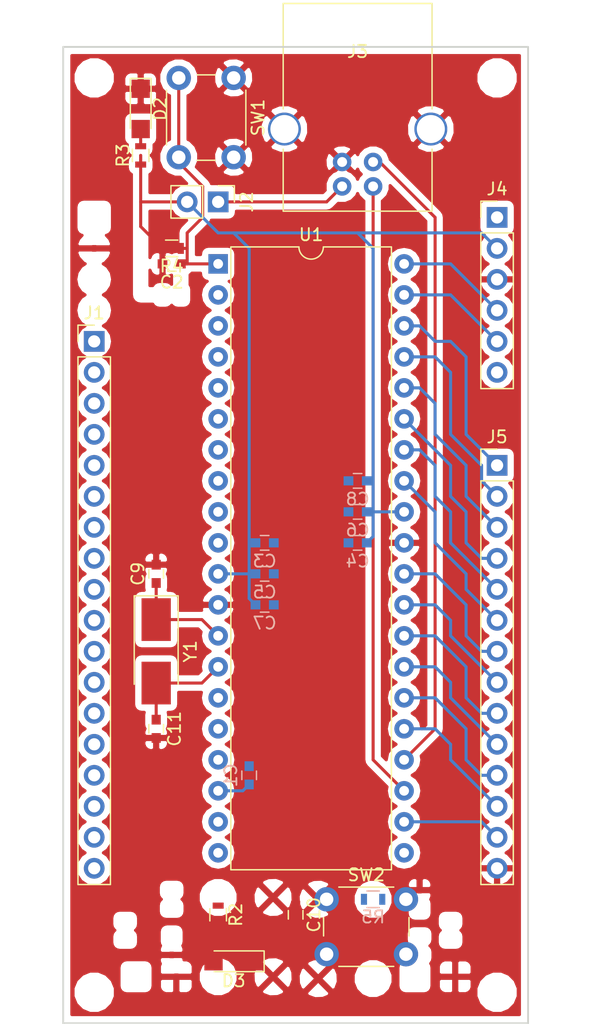
<source format=kicad_pcb>
(kicad_pcb (version 4) (host pcbnew 4.0.7)

  (general
    (links 60)
    (no_connects 24)
    (area 143.434999 79.934999 181.685001 160.095001)
    (thickness 1.6)
    (drawings 4)
    (tracks 121)
    (zones 0)
    (modules 26)
    (nets 71)
  )

  (page A4)
  (layers
    (0 F.Cu signal)
    (31 B.Cu signal)
    (32 B.Adhes user)
    (33 F.Adhes user)
    (34 B.Paste user)
    (35 F.Paste user)
    (36 B.SilkS user)
    (37 F.SilkS user)
    (38 B.Mask user)
    (39 F.Mask user)
    (40 Dwgs.User user)
    (41 Cmts.User user)
    (42 Eco1.User user)
    (43 Eco2.User user)
    (44 Edge.Cuts user)
    (45 Margin user)
    (46 B.CrtYd user)
    (47 F.CrtYd user)
    (48 B.Fab user)
    (49 F.Fab user)
  )

  (setup
    (last_trace_width 0.25)
    (trace_clearance 0.2)
    (zone_clearance 0.508)
    (zone_45_only no)
    (trace_min 0.2)
    (segment_width 0.2)
    (edge_width 0.15)
    (via_size 0.6)
    (via_drill 0.4)
    (via_min_size 0.4)
    (via_min_drill 0.3)
    (uvia_size 0.3)
    (uvia_drill 0.1)
    (uvias_allowed no)
    (uvia_min_size 0.2)
    (uvia_min_drill 0.1)
    (pcb_text_width 0.3)
    (pcb_text_size 1.5 1.5)
    (mod_edge_width 0.15)
    (mod_text_size 1 1)
    (mod_text_width 0.15)
    (pad_size 1.524 1.524)
    (pad_drill 0.762)
    (pad_to_mask_clearance 0.2)
    (aux_axis_origin 0 0)
    (visible_elements 7FFEFFBF)
    (pcbplotparams
      (layerselection 0x00030_80000001)
      (usegerberextensions false)
      (excludeedgelayer true)
      (linewidth 0.100000)
      (plotframeref false)
      (viasonmask false)
      (mode 1)
      (useauxorigin false)
      (hpglpennumber 1)
      (hpglpenspeed 20)
      (hpglpendiameter 15)
      (hpglpenoverlay 2)
      (psnegative false)
      (psa4output false)
      (plotreference true)
      (plotvalue true)
      (plotinvisibletext false)
      (padsonsilk false)
      (subtractmaskfromsilk false)
      (outputformat 1)
      (mirror false)
      (drillshape 1)
      (scaleselection 1)
      (outputdirectory ""))
  )

  (net 0 "")
  (net 1 "Net-(C1-Pad2)")
  (net 2 GND)
  (net 3 +5V)
  (net 4 "Net-(J1-Pad4)")
  (net 5 "Net-(J1-Pad5)")
  (net 6 "Net-(J1-Pad6)")
  (net 7 "Net-(J1-Pad7)")
  (net 8 "Net-(J1-Pad8)")
  (net 9 "Net-(J1-Pad9)")
  (net 10 "Net-(J1-Pad10)")
  (net 11 "Net-(J1-Pad11)")
  (net 12 "Net-(J1-Pad12)")
  (net 13 "Net-(J1-Pad13)")
  (net 14 "Net-(J1-Pad14)")
  (net 15 "Net-(J1-Pad15)")
  (net 16 "Net-(J1-Pad16)")
  (net 17 "Net-(C9-Pad1)")
  (net 18 "Net-(C10-Pad1)")
  (net 19 "Net-(J1-Pad17)")
  (net 20 "Net-(U1-Pad21)")
  (net 21 "Net-(U1-Pad2)")
  (net 22 "Net-(U1-Pad22)")
  (net 23 "Net-(U1-Pad3)")
  (net 24 "Net-(U1-Pad4)")
  (net 25 "Net-(U1-Pad5)")
  (net 26 "Net-(U1-Pad25)")
  (net 27 "Net-(U1-Pad6)")
  (net 28 "Net-(U1-Pad26)")
  (net 29 "Net-(U1-Pad7)")
  (net 30 "Net-(U1-Pad27)")
  (net 31 "Net-(U1-Pad8)")
  (net 32 "Net-(U1-Pad28)")
  (net 33 "Net-(U1-Pad9)")
  (net 34 "Net-(U1-Pad29)")
  (net 35 "Net-(U1-Pad10)")
  (net 36 "Net-(U1-Pad30)")
  (net 37 "Net-(U1-Pad33)")
  (net 38 "Net-(U1-Pad34)")
  (net 39 "Net-(U1-Pad15)")
  (net 40 "Net-(U1-Pad35)")
  (net 41 "Net-(U1-Pad16)")
  (net 42 "Net-(U1-Pad36)")
  (net 43 "Net-(U1-Pad17)")
  (net 44 "Net-(U1-Pad37)")
  (net 45 "Net-(U1-Pad38)")
  (net 46 "Net-(U1-Pad19)")
  (net 47 "Net-(U1-Pad20)")
  (net 48 /RESET)
  (net 49 "Net-(C11-Pad1)")
  (net 50 "Net-(D2-Pad2)")
  (net 51 "Net-(J2-Pad1)")
  (net 52 /PGD)
  (net 53 /PGC)
  (net 54 "Net-(J4-Pad6)")
  (net 55 "Net-(J5-Pad1)")
  (net 56 "Net-(J5-Pad2)")
  (net 57 "Net-(J5-Pad3)")
  (net 58 "Net-(J5-Pad4)")
  (net 59 "Net-(J5-Pad5)")
  (net 60 "Net-(J5-Pad6)")
  (net 61 "Net-(J5-Pad7)")
  (net 62 "Net-(J5-Pad8)")
  (net 63 "Net-(J5-Pad9)")
  (net 64 "Net-(J5-Pad10)")
  (net 65 "Net-(J5-Pad11)")
  (net 66 "Net-(R2-Pad1)")
  (net 67 "Net-(D3-Pad2)")
  (net 68 "Net-(J1-Pad3)")
  (net 69 /D-)
  (net 70 /D+)

  (net_class Default "This is the default net class."
    (clearance 0.2)
    (trace_width 0.25)
    (via_dia 0.6)
    (via_drill 0.4)
    (uvia_dia 0.3)
    (uvia_drill 0.1)
    (add_net +5V)
    (add_net /D+)
    (add_net /D-)
    (add_net /PGC)
    (add_net /PGD)
    (add_net /RESET)
    (add_net GND)
    (add_net "Net-(C1-Pad2)")
    (add_net "Net-(C10-Pad1)")
    (add_net "Net-(C11-Pad1)")
    (add_net "Net-(C9-Pad1)")
    (add_net "Net-(D2-Pad2)")
    (add_net "Net-(D3-Pad2)")
    (add_net "Net-(J1-Pad10)")
    (add_net "Net-(J1-Pad11)")
    (add_net "Net-(J1-Pad12)")
    (add_net "Net-(J1-Pad13)")
    (add_net "Net-(J1-Pad14)")
    (add_net "Net-(J1-Pad15)")
    (add_net "Net-(J1-Pad16)")
    (add_net "Net-(J1-Pad17)")
    (add_net "Net-(J1-Pad3)")
    (add_net "Net-(J1-Pad4)")
    (add_net "Net-(J1-Pad5)")
    (add_net "Net-(J1-Pad6)")
    (add_net "Net-(J1-Pad7)")
    (add_net "Net-(J1-Pad8)")
    (add_net "Net-(J1-Pad9)")
    (add_net "Net-(J2-Pad1)")
    (add_net "Net-(J4-Pad6)")
    (add_net "Net-(J5-Pad1)")
    (add_net "Net-(J5-Pad10)")
    (add_net "Net-(J5-Pad11)")
    (add_net "Net-(J5-Pad2)")
    (add_net "Net-(J5-Pad3)")
    (add_net "Net-(J5-Pad4)")
    (add_net "Net-(J5-Pad5)")
    (add_net "Net-(J5-Pad6)")
    (add_net "Net-(J5-Pad7)")
    (add_net "Net-(J5-Pad8)")
    (add_net "Net-(J5-Pad9)")
    (add_net "Net-(R2-Pad1)")
    (add_net "Net-(U1-Pad10)")
    (add_net "Net-(U1-Pad15)")
    (add_net "Net-(U1-Pad16)")
    (add_net "Net-(U1-Pad17)")
    (add_net "Net-(U1-Pad19)")
    (add_net "Net-(U1-Pad2)")
    (add_net "Net-(U1-Pad20)")
    (add_net "Net-(U1-Pad21)")
    (add_net "Net-(U1-Pad22)")
    (add_net "Net-(U1-Pad25)")
    (add_net "Net-(U1-Pad26)")
    (add_net "Net-(U1-Pad27)")
    (add_net "Net-(U1-Pad28)")
    (add_net "Net-(U1-Pad29)")
    (add_net "Net-(U1-Pad3)")
    (add_net "Net-(U1-Pad30)")
    (add_net "Net-(U1-Pad33)")
    (add_net "Net-(U1-Pad34)")
    (add_net "Net-(U1-Pad35)")
    (add_net "Net-(U1-Pad36)")
    (add_net "Net-(U1-Pad37)")
    (add_net "Net-(U1-Pad38)")
    (add_net "Net-(U1-Pad4)")
    (add_net "Net-(U1-Pad5)")
    (add_net "Net-(U1-Pad6)")
    (add_net "Net-(U1-Pad7)")
    (add_net "Net-(U1-Pad8)")
    (add_net "Net-(U1-Pad9)")
  )

  (module Socket_Strips:Socket_Strip_Straight_1x18_Pitch2.54mm (layer F.Cu) (tedit 58CD5446) (tstamp 5AB69566)
    (at 146.05 104.14)
    (descr "Through hole straight socket strip, 1x18, 2.54mm pitch, single row")
    (tags "Through hole socket strip THT 1x18 2.54mm single row")
    (path /5AB6B979)
    (fp_text reference J1 (at 0 -2.33) (layer F.SilkS)
      (effects (font (size 1 1) (thickness 0.15)))
    )
    (fp_text value Conn_01x18_Female (at 0 45.51) (layer F.Fab)
      (effects (font (size 1 1) (thickness 0.15)))
    )
    (fp_line (start -1.27 -1.27) (end -1.27 44.45) (layer F.Fab) (width 0.1))
    (fp_line (start -1.27 44.45) (end 1.27 44.45) (layer F.Fab) (width 0.1))
    (fp_line (start 1.27 44.45) (end 1.27 -1.27) (layer F.Fab) (width 0.1))
    (fp_line (start 1.27 -1.27) (end -1.27 -1.27) (layer F.Fab) (width 0.1))
    (fp_line (start -1.33 1.27) (end -1.33 44.51) (layer F.SilkS) (width 0.12))
    (fp_line (start -1.33 44.51) (end 1.33 44.51) (layer F.SilkS) (width 0.12))
    (fp_line (start 1.33 44.51) (end 1.33 1.27) (layer F.SilkS) (width 0.12))
    (fp_line (start 1.33 1.27) (end -1.33 1.27) (layer F.SilkS) (width 0.12))
    (fp_line (start -1.33 0) (end -1.33 -1.33) (layer F.SilkS) (width 0.12))
    (fp_line (start -1.33 -1.33) (end 0 -1.33) (layer F.SilkS) (width 0.12))
    (fp_line (start -1.8 -1.8) (end -1.8 44.95) (layer F.CrtYd) (width 0.05))
    (fp_line (start -1.8 44.95) (end 1.8 44.95) (layer F.CrtYd) (width 0.05))
    (fp_line (start 1.8 44.95) (end 1.8 -1.8) (layer F.CrtYd) (width 0.05))
    (fp_line (start 1.8 -1.8) (end -1.8 -1.8) (layer F.CrtYd) (width 0.05))
    (fp_text user %R (at 0 -2.33) (layer F.Fab)
      (effects (font (size 1 1) (thickness 0.15)))
    )
    (pad 1 thru_hole rect (at 0 0) (size 1.7 1.7) (drill 1) (layers *.Cu *.Mask)
      (net 3 +5V))
    (pad 2 thru_hole oval (at 0 2.54) (size 1.7 1.7) (drill 1) (layers *.Cu *.Mask)
      (net 2 GND))
    (pad 3 thru_hole oval (at 0 5.08) (size 1.7 1.7) (drill 1) (layers *.Cu *.Mask)
      (net 68 "Net-(J1-Pad3)"))
    (pad 4 thru_hole oval (at 0 7.62) (size 1.7 1.7) (drill 1) (layers *.Cu *.Mask)
      (net 4 "Net-(J1-Pad4)"))
    (pad 5 thru_hole oval (at 0 10.16) (size 1.7 1.7) (drill 1) (layers *.Cu *.Mask)
      (net 5 "Net-(J1-Pad5)"))
    (pad 6 thru_hole oval (at 0 12.7) (size 1.7 1.7) (drill 1) (layers *.Cu *.Mask)
      (net 6 "Net-(J1-Pad6)"))
    (pad 7 thru_hole oval (at 0 15.24) (size 1.7 1.7) (drill 1) (layers *.Cu *.Mask)
      (net 7 "Net-(J1-Pad7)"))
    (pad 8 thru_hole oval (at 0 17.78) (size 1.7 1.7) (drill 1) (layers *.Cu *.Mask)
      (net 8 "Net-(J1-Pad8)"))
    (pad 9 thru_hole oval (at 0 20.32) (size 1.7 1.7) (drill 1) (layers *.Cu *.Mask)
      (net 9 "Net-(J1-Pad9)"))
    (pad 10 thru_hole oval (at 0 22.86) (size 1.7 1.7) (drill 1) (layers *.Cu *.Mask)
      (net 10 "Net-(J1-Pad10)"))
    (pad 11 thru_hole oval (at 0 25.4) (size 1.7 1.7) (drill 1) (layers *.Cu *.Mask)
      (net 11 "Net-(J1-Pad11)"))
    (pad 12 thru_hole oval (at 0 27.94) (size 1.7 1.7) (drill 1) (layers *.Cu *.Mask)
      (net 12 "Net-(J1-Pad12)"))
    (pad 13 thru_hole oval (at 0 30.48) (size 1.7 1.7) (drill 1) (layers *.Cu *.Mask)
      (net 13 "Net-(J1-Pad13)"))
    (pad 14 thru_hole oval (at 0 33.02) (size 1.7 1.7) (drill 1) (layers *.Cu *.Mask)
      (net 14 "Net-(J1-Pad14)"))
    (pad 15 thru_hole oval (at 0 35.56) (size 1.7 1.7) (drill 1) (layers *.Cu *.Mask)
      (net 15 "Net-(J1-Pad15)"))
    (pad 16 thru_hole oval (at 0 38.1) (size 1.7 1.7) (drill 1) (layers *.Cu *.Mask)
      (net 16 "Net-(J1-Pad16)"))
    (pad 17 thru_hole oval (at 0 40.64) (size 1.7 1.7) (drill 1) (layers *.Cu *.Mask)
      (net 19 "Net-(J1-Pad17)"))
    (pad 18 thru_hole oval (at 0 43.18) (size 1.7 1.7) (drill 1) (layers *.Cu *.Mask)
      (net 2 GND))
    (model ${KISYS3DMOD}/Socket_Strips.3dshapes/Socket_Strip_Straight_1x18_Pitch2.54mm.wrl
      (at (xyz 0 -0.85 0))
      (scale (xyz 1 1 1))
      (rotate (xyz 0 0 270))
    )
  )

  (module Housings_DIP:DIP-40_W15.24mm (layer F.Cu) (tedit 58CC8E30) (tstamp 5AAEDBAB)
    (at 156.21 97.79)
    (descr "40-lead dip package, row spacing 15.24 mm (600 mils)")
    (tags "DIL DIP PDIP 2.54mm 15.24mm 600mil")
    (path /5AAEDA14)
    (fp_text reference U1 (at 7.62 -2.39) (layer F.SilkS)
      (effects (font (size 1 1) (thickness 0.15)))
    )
    (fp_text value PIC18LF4550-I/P (at 7.62 50.65) (layer F.Fab)
      (effects (font (size 1 1) (thickness 0.15)))
    )
    (fp_text user %R (at 7.62 24.13) (layer F.Fab)
      (effects (font (size 1 1) (thickness 0.15)))
    )
    (fp_line (start 1.255 -1.27) (end 14.985 -1.27) (layer F.Fab) (width 0.1))
    (fp_line (start 14.985 -1.27) (end 14.985 49.53) (layer F.Fab) (width 0.1))
    (fp_line (start 14.985 49.53) (end 0.255 49.53) (layer F.Fab) (width 0.1))
    (fp_line (start 0.255 49.53) (end 0.255 -0.27) (layer F.Fab) (width 0.1))
    (fp_line (start 0.255 -0.27) (end 1.255 -1.27) (layer F.Fab) (width 0.1))
    (fp_line (start 6.62 -1.39) (end 1.04 -1.39) (layer F.SilkS) (width 0.12))
    (fp_line (start 1.04 -1.39) (end 1.04 49.65) (layer F.SilkS) (width 0.12))
    (fp_line (start 1.04 49.65) (end 14.2 49.65) (layer F.SilkS) (width 0.12))
    (fp_line (start 14.2 49.65) (end 14.2 -1.39) (layer F.SilkS) (width 0.12))
    (fp_line (start 14.2 -1.39) (end 8.62 -1.39) (layer F.SilkS) (width 0.12))
    (fp_line (start -1.1 -1.6) (end -1.1 49.8) (layer F.CrtYd) (width 0.05))
    (fp_line (start -1.1 49.8) (end 16.3 49.8) (layer F.CrtYd) (width 0.05))
    (fp_line (start 16.3 49.8) (end 16.3 -1.6) (layer F.CrtYd) (width 0.05))
    (fp_line (start 16.3 -1.6) (end -1.1 -1.6) (layer F.CrtYd) (width 0.05))
    (fp_arc (start 7.62 -1.39) (end 6.62 -1.39) (angle -180) (layer F.SilkS) (width 0.12))
    (pad 1 thru_hole rect (at 0 0) (size 1.6 1.6) (drill 0.8) (layers *.Cu *.Mask)
      (net 48 /RESET))
    (pad 21 thru_hole oval (at 15.24 48.26) (size 1.6 1.6) (drill 0.8) (layers *.Cu *.Mask)
      (net 20 "Net-(U1-Pad21)"))
    (pad 2 thru_hole oval (at 0 2.54) (size 1.6 1.6) (drill 0.8) (layers *.Cu *.Mask)
      (net 21 "Net-(U1-Pad2)"))
    (pad 22 thru_hole oval (at 15.24 45.72) (size 1.6 1.6) (drill 0.8) (layers *.Cu *.Mask)
      (net 22 "Net-(U1-Pad22)"))
    (pad 3 thru_hole oval (at 0 5.08) (size 1.6 1.6) (drill 0.8) (layers *.Cu *.Mask)
      (net 23 "Net-(U1-Pad3)"))
    (pad 23 thru_hole oval (at 15.24 43.18) (size 1.6 1.6) (drill 0.8) (layers *.Cu *.Mask)
      (net 69 /D-))
    (pad 4 thru_hole oval (at 0 7.62) (size 1.6 1.6) (drill 0.8) (layers *.Cu *.Mask)
      (net 24 "Net-(U1-Pad4)"))
    (pad 24 thru_hole oval (at 15.24 40.64) (size 1.6 1.6) (drill 0.8) (layers *.Cu *.Mask)
      (net 70 /D+))
    (pad 5 thru_hole oval (at 0 10.16) (size 1.6 1.6) (drill 0.8) (layers *.Cu *.Mask)
      (net 25 "Net-(U1-Pad5)"))
    (pad 25 thru_hole oval (at 15.24 38.1) (size 1.6 1.6) (drill 0.8) (layers *.Cu *.Mask)
      (net 26 "Net-(U1-Pad25)"))
    (pad 6 thru_hole oval (at 0 12.7) (size 1.6 1.6) (drill 0.8) (layers *.Cu *.Mask)
      (net 27 "Net-(U1-Pad6)"))
    (pad 26 thru_hole oval (at 15.24 35.56) (size 1.6 1.6) (drill 0.8) (layers *.Cu *.Mask)
      (net 28 "Net-(U1-Pad26)"))
    (pad 7 thru_hole oval (at 0 15.24) (size 1.6 1.6) (drill 0.8) (layers *.Cu *.Mask)
      (net 29 "Net-(U1-Pad7)"))
    (pad 27 thru_hole oval (at 15.24 33.02) (size 1.6 1.6) (drill 0.8) (layers *.Cu *.Mask)
      (net 30 "Net-(U1-Pad27)"))
    (pad 8 thru_hole oval (at 0 17.78) (size 1.6 1.6) (drill 0.8) (layers *.Cu *.Mask)
      (net 31 "Net-(U1-Pad8)"))
    (pad 28 thru_hole oval (at 15.24 30.48) (size 1.6 1.6) (drill 0.8) (layers *.Cu *.Mask)
      (net 32 "Net-(U1-Pad28)"))
    (pad 9 thru_hole oval (at 0 20.32) (size 1.6 1.6) (drill 0.8) (layers *.Cu *.Mask)
      (net 33 "Net-(U1-Pad9)"))
    (pad 29 thru_hole oval (at 15.24 27.94) (size 1.6 1.6) (drill 0.8) (layers *.Cu *.Mask)
      (net 34 "Net-(U1-Pad29)"))
    (pad 10 thru_hole oval (at 0 22.86) (size 1.6 1.6) (drill 0.8) (layers *.Cu *.Mask)
      (net 35 "Net-(U1-Pad10)"))
    (pad 30 thru_hole oval (at 15.24 25.4) (size 1.6 1.6) (drill 0.8) (layers *.Cu *.Mask)
      (net 36 "Net-(U1-Pad30)"))
    (pad 11 thru_hole oval (at 0 25.4) (size 1.6 1.6) (drill 0.8) (layers *.Cu *.Mask)
      (net 3 +5V))
    (pad 31 thru_hole oval (at 15.24 22.86) (size 1.6 1.6) (drill 0.8) (layers *.Cu *.Mask)
      (net 2 GND))
    (pad 12 thru_hole oval (at 0 27.94) (size 1.6 1.6) (drill 0.8) (layers *.Cu *.Mask)
      (net 2 GND))
    (pad 32 thru_hole oval (at 15.24 20.32) (size 1.6 1.6) (drill 0.8) (layers *.Cu *.Mask)
      (net 3 +5V))
    (pad 13 thru_hole oval (at 0 30.48) (size 1.6 1.6) (drill 0.8) (layers *.Cu *.Mask)
      (net 17 "Net-(C9-Pad1)"))
    (pad 33 thru_hole oval (at 15.24 17.78) (size 1.6 1.6) (drill 0.8) (layers *.Cu *.Mask)
      (net 37 "Net-(U1-Pad33)"))
    (pad 14 thru_hole oval (at 0 33.02) (size 1.6 1.6) (drill 0.8) (layers *.Cu *.Mask)
      (net 49 "Net-(C11-Pad1)"))
    (pad 34 thru_hole oval (at 15.24 15.24) (size 1.6 1.6) (drill 0.8) (layers *.Cu *.Mask)
      (net 38 "Net-(U1-Pad34)"))
    (pad 15 thru_hole oval (at 0 35.56) (size 1.6 1.6) (drill 0.8) (layers *.Cu *.Mask)
      (net 39 "Net-(U1-Pad15)"))
    (pad 35 thru_hole oval (at 15.24 12.7) (size 1.6 1.6) (drill 0.8) (layers *.Cu *.Mask)
      (net 40 "Net-(U1-Pad35)"))
    (pad 16 thru_hole oval (at 0 38.1) (size 1.6 1.6) (drill 0.8) (layers *.Cu *.Mask)
      (net 41 "Net-(U1-Pad16)"))
    (pad 36 thru_hole oval (at 15.24 10.16) (size 1.6 1.6) (drill 0.8) (layers *.Cu *.Mask)
      (net 42 "Net-(U1-Pad36)"))
    (pad 17 thru_hole oval (at 0 40.64) (size 1.6 1.6) (drill 0.8) (layers *.Cu *.Mask)
      (net 43 "Net-(U1-Pad17)"))
    (pad 37 thru_hole oval (at 15.24 7.62) (size 1.6 1.6) (drill 0.8) (layers *.Cu *.Mask)
      (net 44 "Net-(U1-Pad37)"))
    (pad 18 thru_hole oval (at 0 43.18) (size 1.6 1.6) (drill 0.8) (layers *.Cu *.Mask)
      (net 1 "Net-(C1-Pad2)"))
    (pad 38 thru_hole oval (at 15.24 5.08) (size 1.6 1.6) (drill 0.8) (layers *.Cu *.Mask)
      (net 45 "Net-(U1-Pad38)"))
    (pad 19 thru_hole oval (at 0 45.72) (size 1.6 1.6) (drill 0.8) (layers *.Cu *.Mask)
      (net 46 "Net-(U1-Pad19)"))
    (pad 39 thru_hole oval (at 15.24 2.54) (size 1.6 1.6) (drill 0.8) (layers *.Cu *.Mask)
      (net 53 /PGC))
    (pad 20 thru_hole oval (at 0 48.26) (size 1.6 1.6) (drill 0.8) (layers *.Cu *.Mask)
      (net 47 "Net-(U1-Pad20)"))
    (pad 40 thru_hole oval (at 15.24 0) (size 1.6 1.6) (drill 0.8) (layers *.Cu *.Mask)
      (net 52 /PGD))
    (model ${KISYS3DMOD}/Housings_DIP.3dshapes/DIP-40_W15.24mm.wrl
      (at (xyz 0 0 0))
      (scale (xyz 1 1 1))
      (rotate (xyz 0 0 0))
    )
  )

  (module Socket_Strips:Socket_Strip_Straight_1x14_Pitch2.54mm (layer F.Cu) (tedit 58CD5446) (tstamp 5AB56DD4)
    (at 179.07 114.3)
    (descr "Through hole straight socket strip, 1x14, 2.54mm pitch, single row")
    (tags "Through hole socket strip THT 1x14 2.54mm single row")
    (path /5AB6495A)
    (fp_text reference J5 (at 0 -2.33) (layer F.SilkS)
      (effects (font (size 1 1) (thickness 0.15)))
    )
    (fp_text value Conn_01x14_Female (at 0 35.35) (layer F.Fab)
      (effects (font (size 1 1) (thickness 0.15)))
    )
    (fp_line (start -1.27 -1.27) (end -1.27 34.29) (layer F.Fab) (width 0.1))
    (fp_line (start -1.27 34.29) (end 1.27 34.29) (layer F.Fab) (width 0.1))
    (fp_line (start 1.27 34.29) (end 1.27 -1.27) (layer F.Fab) (width 0.1))
    (fp_line (start 1.27 -1.27) (end -1.27 -1.27) (layer F.Fab) (width 0.1))
    (fp_line (start -1.33 1.27) (end -1.33 34.35) (layer F.SilkS) (width 0.12))
    (fp_line (start -1.33 34.35) (end 1.33 34.35) (layer F.SilkS) (width 0.12))
    (fp_line (start 1.33 34.35) (end 1.33 1.27) (layer F.SilkS) (width 0.12))
    (fp_line (start 1.33 1.27) (end -1.33 1.27) (layer F.SilkS) (width 0.12))
    (fp_line (start -1.33 0) (end -1.33 -1.33) (layer F.SilkS) (width 0.12))
    (fp_line (start -1.33 -1.33) (end 0 -1.33) (layer F.SilkS) (width 0.12))
    (fp_line (start -1.8 -1.8) (end -1.8 34.8) (layer F.CrtYd) (width 0.05))
    (fp_line (start -1.8 34.8) (end 1.8 34.8) (layer F.CrtYd) (width 0.05))
    (fp_line (start 1.8 34.8) (end 1.8 -1.8) (layer F.CrtYd) (width 0.05))
    (fp_line (start 1.8 -1.8) (end -1.8 -1.8) (layer F.CrtYd) (width 0.05))
    (fp_text user %R (at 0 -2.33) (layer F.Fab)
      (effects (font (size 1 1) (thickness 0.15)))
    )
    (pad 1 thru_hole rect (at 0 0) (size 1.7 1.7) (drill 1) (layers *.Cu *.Mask)
      (net 55 "Net-(J5-Pad1)"))
    (pad 2 thru_hole oval (at 0 2.54) (size 1.7 1.7) (drill 1) (layers *.Cu *.Mask)
      (net 56 "Net-(J5-Pad2)"))
    (pad 3 thru_hole oval (at 0 5.08) (size 1.7 1.7) (drill 1) (layers *.Cu *.Mask)
      (net 57 "Net-(J5-Pad3)"))
    (pad 4 thru_hole oval (at 0 7.62) (size 1.7 1.7) (drill 1) (layers *.Cu *.Mask)
      (net 58 "Net-(J5-Pad4)"))
    (pad 5 thru_hole oval (at 0 10.16) (size 1.7 1.7) (drill 1) (layers *.Cu *.Mask)
      (net 59 "Net-(J5-Pad5)"))
    (pad 6 thru_hole oval (at 0 12.7) (size 1.7 1.7) (drill 1) (layers *.Cu *.Mask)
      (net 60 "Net-(J5-Pad6)"))
    (pad 7 thru_hole oval (at 0 15.24) (size 1.7 1.7) (drill 1) (layers *.Cu *.Mask)
      (net 61 "Net-(J5-Pad7)"))
    (pad 8 thru_hole oval (at 0 17.78) (size 1.7 1.7) (drill 1) (layers *.Cu *.Mask)
      (net 62 "Net-(J5-Pad8)"))
    (pad 9 thru_hole oval (at 0 20.32) (size 1.7 1.7) (drill 1) (layers *.Cu *.Mask)
      (net 63 "Net-(J5-Pad9)"))
    (pad 10 thru_hole oval (at 0 22.86) (size 1.7 1.7) (drill 1) (layers *.Cu *.Mask)
      (net 64 "Net-(J5-Pad10)"))
    (pad 11 thru_hole oval (at 0 25.4) (size 1.7 1.7) (drill 1) (layers *.Cu *.Mask)
      (net 65 "Net-(J5-Pad11)"))
    (pad 12 thru_hole oval (at 0 27.94) (size 1.7 1.7) (drill 1) (layers *.Cu *.Mask)
      (net 70 /D+))
    (pad 13 thru_hole oval (at 0 30.48) (size 1.7 1.7) (drill 1) (layers *.Cu *.Mask)
      (net 69 /D-))
    (pad 14 thru_hole oval (at 0 33.02) (size 1.7 1.7) (drill 1) (layers *.Cu *.Mask)
      (net 2 GND))
    (model ${KISYS3DMOD}/Socket_Strips.3dshapes/Socket_Strip_Straight_1x14_Pitch2.54mm.wrl
      (at (xyz 0 -0.65 0))
      (scale (xyz 1 1 1))
      (rotate (xyz 0 0 270))
    )
  )

  (module Capacitors_SMD:C_0603 (layer B.Cu) (tedit 59958EE7) (tstamp 5AAEDB29)
    (at 158.75 139.7 270)
    (descr "Capacitor SMD 0603, reflow soldering, AVX (see smccp.pdf)")
    (tags "capacitor 0603")
    (path /5AAEEBAB)
    (attr smd)
    (fp_text reference C1 (at 0 1.5 270) (layer B.SilkS)
      (effects (font (size 1 1) (thickness 0.15)) (justify mirror))
    )
    (fp_text value 1.0u (at 0 -1.5 270) (layer B.Fab)
      (effects (font (size 1 1) (thickness 0.15)) (justify mirror))
    )
    (fp_line (start 1.4 -0.65) (end -1.4 -0.65) (layer B.CrtYd) (width 0.05))
    (fp_line (start 1.4 -0.65) (end 1.4 0.65) (layer B.CrtYd) (width 0.05))
    (fp_line (start -1.4 0.65) (end -1.4 -0.65) (layer B.CrtYd) (width 0.05))
    (fp_line (start -1.4 0.65) (end 1.4 0.65) (layer B.CrtYd) (width 0.05))
    (fp_line (start 0.35 -0.6) (end -0.35 -0.6) (layer B.SilkS) (width 0.12))
    (fp_line (start -0.35 0.6) (end 0.35 0.6) (layer B.SilkS) (width 0.12))
    (fp_line (start -0.8 0.4) (end 0.8 0.4) (layer B.Fab) (width 0.1))
    (fp_line (start 0.8 0.4) (end 0.8 -0.4) (layer B.Fab) (width 0.1))
    (fp_line (start 0.8 -0.4) (end -0.8 -0.4) (layer B.Fab) (width 0.1))
    (fp_line (start -0.8 -0.4) (end -0.8 0.4) (layer B.Fab) (width 0.1))
    (fp_text user %R (at 0 0 270) (layer B.Fab)
      (effects (font (size 0.3 0.3) (thickness 0.075)) (justify mirror))
    )
    (pad 2 smd rect (at 0.75 0 270) (size 0.8 0.75) (layers B.Cu B.Paste B.Mask)
      (net 1 "Net-(C1-Pad2)"))
    (pad 1 smd rect (at -0.75 0 270) (size 0.8 0.75) (layers B.Cu B.Paste B.Mask)
      (net 2 GND))
    (model Capacitors_SMD.3dshapes/C_0603.wrl
      (at (xyz 0 0 0))
      (scale (xyz 1 1 1))
      (rotate (xyz 0 0 0))
    )
  )

  (module Capacitors_SMD:C_0603 (layer F.Cu) (tedit 59958EE7) (tstamp 5AAEDB2F)
    (at 152.4 97.79 180)
    (descr "Capacitor SMD 0603, reflow soldering, AVX (see smccp.pdf)")
    (tags "capacitor 0603")
    (path /5AAEF78D)
    (attr smd)
    (fp_text reference C2 (at 0 -1.5 180) (layer F.SilkS)
      (effects (font (size 1 1) (thickness 0.15)))
    )
    (fp_text value 1.0u (at 0 1.5 180) (layer F.Fab)
      (effects (font (size 1 1) (thickness 0.15)))
    )
    (fp_line (start 1.4 0.65) (end -1.4 0.65) (layer F.CrtYd) (width 0.05))
    (fp_line (start 1.4 0.65) (end 1.4 -0.65) (layer F.CrtYd) (width 0.05))
    (fp_line (start -1.4 -0.65) (end -1.4 0.65) (layer F.CrtYd) (width 0.05))
    (fp_line (start -1.4 -0.65) (end 1.4 -0.65) (layer F.CrtYd) (width 0.05))
    (fp_line (start 0.35 0.6) (end -0.35 0.6) (layer F.SilkS) (width 0.12))
    (fp_line (start -0.35 -0.6) (end 0.35 -0.6) (layer F.SilkS) (width 0.12))
    (fp_line (start -0.8 -0.4) (end 0.8 -0.4) (layer F.Fab) (width 0.1))
    (fp_line (start 0.8 -0.4) (end 0.8 0.4) (layer F.Fab) (width 0.1))
    (fp_line (start 0.8 0.4) (end -0.8 0.4) (layer F.Fab) (width 0.1))
    (fp_line (start -0.8 0.4) (end -0.8 -0.4) (layer F.Fab) (width 0.1))
    (fp_text user %R (at 0 0 180) (layer F.Fab)
      (effects (font (size 0.3 0.3) (thickness 0.075)))
    )
    (pad 2 smd rect (at 0.75 0 180) (size 0.8 0.75) (layers F.Cu F.Paste F.Mask)
      (net 2 GND))
    (pad 1 smd rect (at -0.75 0 180) (size 0.8 0.75) (layers F.Cu F.Paste F.Mask)
      (net 48 /RESET))
    (model Capacitors_SMD.3dshapes/C_0603.wrl
      (at (xyz 0 0 0))
      (scale (xyz 1 1 1))
      (rotate (xyz 0 0 0))
    )
  )

  (module Capacitors_SMD:C_0603 (layer B.Cu) (tedit 59958EE7) (tstamp 5AAEDB35)
    (at 160.02 120.65)
    (descr "Capacitor SMD 0603, reflow soldering, AVX (see smccp.pdf)")
    (tags "capacitor 0603")
    (path /5AAEDFD2)
    (attr smd)
    (fp_text reference C3 (at 0 1.5) (layer B.SilkS)
      (effects (font (size 1 1) (thickness 0.15)) (justify mirror))
    )
    (fp_text value 100N (at 0 -1.5) (layer B.Fab)
      (effects (font (size 1 1) (thickness 0.15)) (justify mirror))
    )
    (fp_line (start 1.4 -0.65) (end -1.4 -0.65) (layer B.CrtYd) (width 0.05))
    (fp_line (start 1.4 -0.65) (end 1.4 0.65) (layer B.CrtYd) (width 0.05))
    (fp_line (start -1.4 0.65) (end -1.4 -0.65) (layer B.CrtYd) (width 0.05))
    (fp_line (start -1.4 0.65) (end 1.4 0.65) (layer B.CrtYd) (width 0.05))
    (fp_line (start 0.35 -0.6) (end -0.35 -0.6) (layer B.SilkS) (width 0.12))
    (fp_line (start -0.35 0.6) (end 0.35 0.6) (layer B.SilkS) (width 0.12))
    (fp_line (start -0.8 0.4) (end 0.8 0.4) (layer B.Fab) (width 0.1))
    (fp_line (start 0.8 0.4) (end 0.8 -0.4) (layer B.Fab) (width 0.1))
    (fp_line (start 0.8 -0.4) (end -0.8 -0.4) (layer B.Fab) (width 0.1))
    (fp_line (start -0.8 -0.4) (end -0.8 0.4) (layer B.Fab) (width 0.1))
    (fp_text user %R (at 0 0) (layer B.Fab)
      (effects (font (size 0.3 0.3) (thickness 0.075)) (justify mirror))
    )
    (pad 2 smd rect (at 0.75 0) (size 0.8 0.75) (layers B.Cu B.Paste B.Mask)
      (net 2 GND))
    (pad 1 smd rect (at -0.75 0) (size 0.8 0.75) (layers B.Cu B.Paste B.Mask)
      (net 3 +5V))
    (model Capacitors_SMD.3dshapes/C_0603.wrl
      (at (xyz 0 0 0))
      (scale (xyz 1 1 1))
      (rotate (xyz 0 0 0))
    )
  )

  (module Capacitors_SMD:C_0603 (layer B.Cu) (tedit 59958EE7) (tstamp 5AAEDB3B)
    (at 167.64 120.65)
    (descr "Capacitor SMD 0603, reflow soldering, AVX (see smccp.pdf)")
    (tags "capacitor 0603")
    (path /5AAEE181)
    (attr smd)
    (fp_text reference C4 (at 0 1.5) (layer B.SilkS)
      (effects (font (size 1 1) (thickness 0.15)) (justify mirror))
    )
    (fp_text value 100N (at 0 -1.5) (layer B.Fab)
      (effects (font (size 1 1) (thickness 0.15)) (justify mirror))
    )
    (fp_line (start 1.4 -0.65) (end -1.4 -0.65) (layer B.CrtYd) (width 0.05))
    (fp_line (start 1.4 -0.65) (end 1.4 0.65) (layer B.CrtYd) (width 0.05))
    (fp_line (start -1.4 0.65) (end -1.4 -0.65) (layer B.CrtYd) (width 0.05))
    (fp_line (start -1.4 0.65) (end 1.4 0.65) (layer B.CrtYd) (width 0.05))
    (fp_line (start 0.35 -0.6) (end -0.35 -0.6) (layer B.SilkS) (width 0.12))
    (fp_line (start -0.35 0.6) (end 0.35 0.6) (layer B.SilkS) (width 0.12))
    (fp_line (start -0.8 0.4) (end 0.8 0.4) (layer B.Fab) (width 0.1))
    (fp_line (start 0.8 0.4) (end 0.8 -0.4) (layer B.Fab) (width 0.1))
    (fp_line (start 0.8 -0.4) (end -0.8 -0.4) (layer B.Fab) (width 0.1))
    (fp_line (start -0.8 -0.4) (end -0.8 0.4) (layer B.Fab) (width 0.1))
    (fp_text user %R (at 0 0) (layer B.Fab)
      (effects (font (size 0.3 0.3) (thickness 0.075)) (justify mirror))
    )
    (pad 2 smd rect (at 0.75 0) (size 0.8 0.75) (layers B.Cu B.Paste B.Mask)
      (net 3 +5V))
    (pad 1 smd rect (at -0.75 0) (size 0.8 0.75) (layers B.Cu B.Paste B.Mask)
      (net 2 GND))
    (model Capacitors_SMD.3dshapes/C_0603.wrl
      (at (xyz 0 0 0))
      (scale (xyz 1 1 1))
      (rotate (xyz 0 0 0))
    )
  )

  (module Capacitors_SMD:C_0603 (layer B.Cu) (tedit 59958EE7) (tstamp 5AAEDB41)
    (at 160.02 123.19)
    (descr "Capacitor SMD 0603, reflow soldering, AVX (see smccp.pdf)")
    (tags "capacitor 0603")
    (path /5AAEE2CC)
    (attr smd)
    (fp_text reference C5 (at 0 1.5) (layer B.SilkS)
      (effects (font (size 1 1) (thickness 0.15)) (justify mirror))
    )
    (fp_text value 100N (at 0 -1.5) (layer B.Fab)
      (effects (font (size 1 1) (thickness 0.15)) (justify mirror))
    )
    (fp_line (start 1.4 -0.65) (end -1.4 -0.65) (layer B.CrtYd) (width 0.05))
    (fp_line (start 1.4 -0.65) (end 1.4 0.65) (layer B.CrtYd) (width 0.05))
    (fp_line (start -1.4 0.65) (end -1.4 -0.65) (layer B.CrtYd) (width 0.05))
    (fp_line (start -1.4 0.65) (end 1.4 0.65) (layer B.CrtYd) (width 0.05))
    (fp_line (start 0.35 -0.6) (end -0.35 -0.6) (layer B.SilkS) (width 0.12))
    (fp_line (start -0.35 0.6) (end 0.35 0.6) (layer B.SilkS) (width 0.12))
    (fp_line (start -0.8 0.4) (end 0.8 0.4) (layer B.Fab) (width 0.1))
    (fp_line (start 0.8 0.4) (end 0.8 -0.4) (layer B.Fab) (width 0.1))
    (fp_line (start 0.8 -0.4) (end -0.8 -0.4) (layer B.Fab) (width 0.1))
    (fp_line (start -0.8 -0.4) (end -0.8 0.4) (layer B.Fab) (width 0.1))
    (fp_text user %R (at 0 0) (layer B.Fab)
      (effects (font (size 0.3 0.3) (thickness 0.075)) (justify mirror))
    )
    (pad 2 smd rect (at 0.75 0) (size 0.8 0.75) (layers B.Cu B.Paste B.Mask)
      (net 2 GND))
    (pad 1 smd rect (at -0.75 0) (size 0.8 0.75) (layers B.Cu B.Paste B.Mask)
      (net 3 +5V))
    (model Capacitors_SMD.3dshapes/C_0603.wrl
      (at (xyz 0 0 0))
      (scale (xyz 1 1 1))
      (rotate (xyz 0 0 0))
    )
  )

  (module Capacitors_SMD:C_0603 (layer B.Cu) (tedit 59958EE7) (tstamp 5AAEDB47)
    (at 167.64 118.11)
    (descr "Capacitor SMD 0603, reflow soldering, AVX (see smccp.pdf)")
    (tags "capacitor 0603")
    (path /5AAEE301)
    (attr smd)
    (fp_text reference C6 (at 0 1.5) (layer B.SilkS)
      (effects (font (size 1 1) (thickness 0.15)) (justify mirror))
    )
    (fp_text value 100N (at 0 -1.5) (layer B.Fab)
      (effects (font (size 1 1) (thickness 0.15)) (justify mirror))
    )
    (fp_line (start 1.4 -0.65) (end -1.4 -0.65) (layer B.CrtYd) (width 0.05))
    (fp_line (start 1.4 -0.65) (end 1.4 0.65) (layer B.CrtYd) (width 0.05))
    (fp_line (start -1.4 0.65) (end -1.4 -0.65) (layer B.CrtYd) (width 0.05))
    (fp_line (start -1.4 0.65) (end 1.4 0.65) (layer B.CrtYd) (width 0.05))
    (fp_line (start 0.35 -0.6) (end -0.35 -0.6) (layer B.SilkS) (width 0.12))
    (fp_line (start -0.35 0.6) (end 0.35 0.6) (layer B.SilkS) (width 0.12))
    (fp_line (start -0.8 0.4) (end 0.8 0.4) (layer B.Fab) (width 0.1))
    (fp_line (start 0.8 0.4) (end 0.8 -0.4) (layer B.Fab) (width 0.1))
    (fp_line (start 0.8 -0.4) (end -0.8 -0.4) (layer B.Fab) (width 0.1))
    (fp_line (start -0.8 -0.4) (end -0.8 0.4) (layer B.Fab) (width 0.1))
    (fp_text user %R (at 0 0) (layer B.Fab)
      (effects (font (size 0.3 0.3) (thickness 0.075)) (justify mirror))
    )
    (pad 2 smd rect (at 0.75 0) (size 0.8 0.75) (layers B.Cu B.Paste B.Mask)
      (net 3 +5V))
    (pad 1 smd rect (at -0.75 0) (size 0.8 0.75) (layers B.Cu B.Paste B.Mask)
      (net 2 GND))
    (model Capacitors_SMD.3dshapes/C_0603.wrl
      (at (xyz 0 0 0))
      (scale (xyz 1 1 1))
      (rotate (xyz 0 0 0))
    )
  )

  (module Capacitors_SMD:C_0603 (layer B.Cu) (tedit 59958EE7) (tstamp 5AAEDB4D)
    (at 160.02 125.73)
    (descr "Capacitor SMD 0603, reflow soldering, AVX (see smccp.pdf)")
    (tags "capacitor 0603")
    (path /5AAEE15C)
    (attr smd)
    (fp_text reference C7 (at 0 1.5) (layer B.SilkS)
      (effects (font (size 1 1) (thickness 0.15)) (justify mirror))
    )
    (fp_text value 1.0u (at 0 -1.5) (layer B.Fab)
      (effects (font (size 1 1) (thickness 0.15)) (justify mirror))
    )
    (fp_line (start 1.4 -0.65) (end -1.4 -0.65) (layer B.CrtYd) (width 0.05))
    (fp_line (start 1.4 -0.65) (end 1.4 0.65) (layer B.CrtYd) (width 0.05))
    (fp_line (start -1.4 0.65) (end -1.4 -0.65) (layer B.CrtYd) (width 0.05))
    (fp_line (start -1.4 0.65) (end 1.4 0.65) (layer B.CrtYd) (width 0.05))
    (fp_line (start 0.35 -0.6) (end -0.35 -0.6) (layer B.SilkS) (width 0.12))
    (fp_line (start -0.35 0.6) (end 0.35 0.6) (layer B.SilkS) (width 0.12))
    (fp_line (start -0.8 0.4) (end 0.8 0.4) (layer B.Fab) (width 0.1))
    (fp_line (start 0.8 0.4) (end 0.8 -0.4) (layer B.Fab) (width 0.1))
    (fp_line (start 0.8 -0.4) (end -0.8 -0.4) (layer B.Fab) (width 0.1))
    (fp_line (start -0.8 -0.4) (end -0.8 0.4) (layer B.Fab) (width 0.1))
    (fp_text user %R (at 0 0) (layer B.Fab)
      (effects (font (size 0.3 0.3) (thickness 0.075)) (justify mirror))
    )
    (pad 2 smd rect (at 0.75 0) (size 0.8 0.75) (layers B.Cu B.Paste B.Mask)
      (net 2 GND))
    (pad 1 smd rect (at -0.75 0) (size 0.8 0.75) (layers B.Cu B.Paste B.Mask)
      (net 3 +5V))
    (model Capacitors_SMD.3dshapes/C_0603.wrl
      (at (xyz 0 0 0))
      (scale (xyz 1 1 1))
      (rotate (xyz 0 0 0))
    )
  )

  (module Capacitors_SMD:C_0603 (layer B.Cu) (tedit 59958EE7) (tstamp 5AAEDB53)
    (at 167.64 115.57)
    (descr "Capacitor SMD 0603, reflow soldering, AVX (see smccp.pdf)")
    (tags "capacitor 0603")
    (path /5AAEE1E8)
    (attr smd)
    (fp_text reference C8 (at 0 1.5) (layer B.SilkS)
      (effects (font (size 1 1) (thickness 0.15)) (justify mirror))
    )
    (fp_text value 1.0u (at 0 -1.5) (layer B.Fab)
      (effects (font (size 1 1) (thickness 0.15)) (justify mirror))
    )
    (fp_line (start 1.4 -0.65) (end -1.4 -0.65) (layer B.CrtYd) (width 0.05))
    (fp_line (start 1.4 -0.65) (end 1.4 0.65) (layer B.CrtYd) (width 0.05))
    (fp_line (start -1.4 0.65) (end -1.4 -0.65) (layer B.CrtYd) (width 0.05))
    (fp_line (start -1.4 0.65) (end 1.4 0.65) (layer B.CrtYd) (width 0.05))
    (fp_line (start 0.35 -0.6) (end -0.35 -0.6) (layer B.SilkS) (width 0.12))
    (fp_line (start -0.35 0.6) (end 0.35 0.6) (layer B.SilkS) (width 0.12))
    (fp_line (start -0.8 0.4) (end 0.8 0.4) (layer B.Fab) (width 0.1))
    (fp_line (start 0.8 0.4) (end 0.8 -0.4) (layer B.Fab) (width 0.1))
    (fp_line (start 0.8 -0.4) (end -0.8 -0.4) (layer B.Fab) (width 0.1))
    (fp_line (start -0.8 -0.4) (end -0.8 0.4) (layer B.Fab) (width 0.1))
    (fp_text user %R (at 0 0) (layer B.Fab)
      (effects (font (size 0.3 0.3) (thickness 0.075)) (justify mirror))
    )
    (pad 2 smd rect (at 0.75 0) (size 0.8 0.75) (layers B.Cu B.Paste B.Mask)
      (net 3 +5V))
    (pad 1 smd rect (at -0.75 0) (size 0.8 0.75) (layers B.Cu B.Paste B.Mask)
      (net 2 GND))
    (model Capacitors_SMD.3dshapes/C_0603.wrl
      (at (xyz 0 0 0))
      (scale (xyz 1 1 1))
      (rotate (xyz 0 0 0))
    )
  )

  (module Capacitors_SMD:C_0603 (layer F.Cu) (tedit 59958EE7) (tstamp 5AAEDB59)
    (at 151.13 123.19 90)
    (descr "Capacitor SMD 0603, reflow soldering, AVX (see smccp.pdf)")
    (tags "capacitor 0603")
    (path /5AAF00BE)
    (attr smd)
    (fp_text reference C9 (at 0 -1.5 90) (layer F.SilkS)
      (effects (font (size 1 1) (thickness 0.15)))
    )
    (fp_text value 22p (at 0 1.5 90) (layer F.Fab)
      (effects (font (size 1 1) (thickness 0.15)))
    )
    (fp_line (start 1.4 0.65) (end -1.4 0.65) (layer F.CrtYd) (width 0.05))
    (fp_line (start 1.4 0.65) (end 1.4 -0.65) (layer F.CrtYd) (width 0.05))
    (fp_line (start -1.4 -0.65) (end -1.4 0.65) (layer F.CrtYd) (width 0.05))
    (fp_line (start -1.4 -0.65) (end 1.4 -0.65) (layer F.CrtYd) (width 0.05))
    (fp_line (start 0.35 0.6) (end -0.35 0.6) (layer F.SilkS) (width 0.12))
    (fp_line (start -0.35 -0.6) (end 0.35 -0.6) (layer F.SilkS) (width 0.12))
    (fp_line (start -0.8 -0.4) (end 0.8 -0.4) (layer F.Fab) (width 0.1))
    (fp_line (start 0.8 -0.4) (end 0.8 0.4) (layer F.Fab) (width 0.1))
    (fp_line (start 0.8 0.4) (end -0.8 0.4) (layer F.Fab) (width 0.1))
    (fp_line (start -0.8 0.4) (end -0.8 -0.4) (layer F.Fab) (width 0.1))
    (fp_text user %R (at 0 0 90) (layer F.Fab)
      (effects (font (size 0.3 0.3) (thickness 0.075)))
    )
    (pad 2 smd rect (at 0.75 0 90) (size 0.8 0.75) (layers F.Cu F.Paste F.Mask)
      (net 2 GND))
    (pad 1 smd rect (at -0.75 0 90) (size 0.8 0.75) (layers F.Cu F.Paste F.Mask)
      (net 17 "Net-(C9-Pad1)"))
    (model Capacitors_SMD.3dshapes/C_0603.wrl
      (at (xyz 0 0 0))
      (scale (xyz 1 1 1))
      (rotate (xyz 0 0 0))
    )
  )

  (module Capacitors_SMD:C_0603 (layer F.Cu) (tedit 59958EE7) (tstamp 5AAEDB5F)
    (at 162.56 151.13 270)
    (descr "Capacitor SMD 0603, reflow soldering, AVX (see smccp.pdf)")
    (tags "capacitor 0603")
    (path /5AB5972D)
    (attr smd)
    (fp_text reference C10 (at 0 -1.5 270) (layer F.SilkS)
      (effects (font (size 1 1) (thickness 0.15)))
    )
    (fp_text value 100n (at 0 1.5 270) (layer F.Fab)
      (effects (font (size 1 1) (thickness 0.15)))
    )
    (fp_line (start 1.4 0.65) (end -1.4 0.65) (layer F.CrtYd) (width 0.05))
    (fp_line (start 1.4 0.65) (end 1.4 -0.65) (layer F.CrtYd) (width 0.05))
    (fp_line (start -1.4 -0.65) (end -1.4 0.65) (layer F.CrtYd) (width 0.05))
    (fp_line (start -1.4 -0.65) (end 1.4 -0.65) (layer F.CrtYd) (width 0.05))
    (fp_line (start 0.35 0.6) (end -0.35 0.6) (layer F.SilkS) (width 0.12))
    (fp_line (start -0.35 -0.6) (end 0.35 -0.6) (layer F.SilkS) (width 0.12))
    (fp_line (start -0.8 -0.4) (end 0.8 -0.4) (layer F.Fab) (width 0.1))
    (fp_line (start 0.8 -0.4) (end 0.8 0.4) (layer F.Fab) (width 0.1))
    (fp_line (start 0.8 0.4) (end -0.8 0.4) (layer F.Fab) (width 0.1))
    (fp_line (start -0.8 0.4) (end -0.8 -0.4) (layer F.Fab) (width 0.1))
    (fp_text user %R (at 0 0 270) (layer F.Fab)
      (effects (font (size 0.3 0.3) (thickness 0.075)))
    )
    (pad 2 smd rect (at 0.75 0 270) (size 0.8 0.75) (layers F.Cu F.Paste F.Mask)
      (net 2 GND))
    (pad 1 smd rect (at -0.75 0 270) (size 0.8 0.75) (layers F.Cu F.Paste F.Mask)
      (net 18 "Net-(C10-Pad1)"))
    (model Capacitors_SMD.3dshapes/C_0603.wrl
      (at (xyz 0 0 0))
      (scale (xyz 1 1 1))
      (rotate (xyz 0 0 0))
    )
  )

  (module Crystals:Crystal_SMD_5032-2pin_5.0x3.2mm_HandSoldering (layer F.Cu) (tedit 58CD2E9C) (tstamp 5AAEDBB1)
    (at 151.13 129.54 270)
    (descr "SMD Crystal SERIES SMD2520/2 http://www.icbase.com/File/PDF/HKC/HKC00061008.pdf, hand-soldering, 5.0x3.2mm^2 package")
    (tags "SMD SMT crystal hand-soldering")
    (path /5AAF0232)
    (attr smd)
    (fp_text reference Y1 (at 0 -2.8 270) (layer F.SilkS)
      (effects (font (size 1 1) (thickness 0.15)))
    )
    (fp_text value 20Mhz (at 0 2.8 270) (layer F.Fab)
      (effects (font (size 1 1) (thickness 0.15)))
    )
    (fp_text user %R (at 0 0 270) (layer F.Fab)
      (effects (font (size 1 1) (thickness 0.15)))
    )
    (fp_line (start -2.3 -1.6) (end 2.3 -1.6) (layer F.Fab) (width 0.1))
    (fp_line (start 2.3 -1.6) (end 2.5 -1.4) (layer F.Fab) (width 0.1))
    (fp_line (start 2.5 -1.4) (end 2.5 1.4) (layer F.Fab) (width 0.1))
    (fp_line (start 2.5 1.4) (end 2.3 1.6) (layer F.Fab) (width 0.1))
    (fp_line (start 2.3 1.6) (end -2.3 1.6) (layer F.Fab) (width 0.1))
    (fp_line (start -2.3 1.6) (end -2.5 1.4) (layer F.Fab) (width 0.1))
    (fp_line (start -2.5 1.4) (end -2.5 -1.4) (layer F.Fab) (width 0.1))
    (fp_line (start -2.5 -1.4) (end -2.3 -1.6) (layer F.Fab) (width 0.1))
    (fp_line (start -2.5 0.6) (end -1.5 1.6) (layer F.Fab) (width 0.1))
    (fp_line (start 2.7 -1.8) (end -4.55 -1.8) (layer F.SilkS) (width 0.12))
    (fp_line (start -4.55 -1.8) (end -4.55 1.8) (layer F.SilkS) (width 0.12))
    (fp_line (start -4.55 1.8) (end 2.7 1.8) (layer F.SilkS) (width 0.12))
    (fp_line (start -4.6 -1.9) (end -4.6 1.9) (layer F.CrtYd) (width 0.05))
    (fp_line (start -4.6 1.9) (end 4.6 1.9) (layer F.CrtYd) (width 0.05))
    (fp_line (start 4.6 1.9) (end 4.6 -1.9) (layer F.CrtYd) (width 0.05))
    (fp_line (start 4.6 -1.9) (end -4.6 -1.9) (layer F.CrtYd) (width 0.05))
    (fp_circle (center 0 0) (end 0.4 0) (layer F.Adhes) (width 0.1))
    (fp_circle (center 0 0) (end 0.333333 0) (layer F.Adhes) (width 0.133333))
    (fp_circle (center 0 0) (end 0.213333 0) (layer F.Adhes) (width 0.133333))
    (fp_circle (center 0 0) (end 0.093333 0) (layer F.Adhes) (width 0.186667))
    (pad 1 smd rect (at -2.6 0 270) (size 3.5 2.4) (layers F.Cu F.Paste F.Mask)
      (net 17 "Net-(C9-Pad1)"))
    (pad 2 smd rect (at 2.6 0 270) (size 3.5 2.4) (layers F.Cu F.Paste F.Mask)
      (net 49 "Net-(C11-Pad1)"))
    (model ${KISYS3DMOD}/Crystals.3dshapes/Crystal_SMD_5032-2pin_5.0x3.2mm_HandSoldering.wrl
      (at (xyz 0 0 0))
      (scale (xyz 0.393701 0.393701 0.393701))
      (rotate (xyz 0 0 0))
    )
  )

  (module Buttons_Switches_THT:SW_PUSH_6mm (layer F.Cu) (tedit 5923F252) (tstamp 5AB55A05)
    (at 157.48 82.55 270)
    (descr https://www.omron.com/ecb/products/pdf/en-b3f.pdf)
    (tags "tact sw push 6mm")
    (path /5AAEF4D1)
    (fp_text reference SW1 (at 3.25 -2 270) (layer F.SilkS)
      (effects (font (size 1 1) (thickness 0.15)))
    )
    (fp_text value SW_DIP_x01 (at 3.75 6.7 270) (layer F.Fab)
      (effects (font (size 1 1) (thickness 0.15)))
    )
    (fp_text user %R (at 3.25 2.25 270) (layer F.Fab)
      (effects (font (size 1 1) (thickness 0.15)))
    )
    (fp_line (start 3.25 -0.75) (end 6.25 -0.75) (layer F.Fab) (width 0.1))
    (fp_line (start 6.25 -0.75) (end 6.25 5.25) (layer F.Fab) (width 0.1))
    (fp_line (start 6.25 5.25) (end 0.25 5.25) (layer F.Fab) (width 0.1))
    (fp_line (start 0.25 5.25) (end 0.25 -0.75) (layer F.Fab) (width 0.1))
    (fp_line (start 0.25 -0.75) (end 3.25 -0.75) (layer F.Fab) (width 0.1))
    (fp_line (start 7.75 6) (end 8 6) (layer F.CrtYd) (width 0.05))
    (fp_line (start 8 6) (end 8 5.75) (layer F.CrtYd) (width 0.05))
    (fp_line (start 7.75 -1.5) (end 8 -1.5) (layer F.CrtYd) (width 0.05))
    (fp_line (start 8 -1.5) (end 8 -1.25) (layer F.CrtYd) (width 0.05))
    (fp_line (start -1.5 -1.25) (end -1.5 -1.5) (layer F.CrtYd) (width 0.05))
    (fp_line (start -1.5 -1.5) (end -1.25 -1.5) (layer F.CrtYd) (width 0.05))
    (fp_line (start -1.5 5.75) (end -1.5 6) (layer F.CrtYd) (width 0.05))
    (fp_line (start -1.5 6) (end -1.25 6) (layer F.CrtYd) (width 0.05))
    (fp_line (start -1.25 -1.5) (end 7.75 -1.5) (layer F.CrtYd) (width 0.05))
    (fp_line (start -1.5 5.75) (end -1.5 -1.25) (layer F.CrtYd) (width 0.05))
    (fp_line (start 7.75 6) (end -1.25 6) (layer F.CrtYd) (width 0.05))
    (fp_line (start 8 -1.25) (end 8 5.75) (layer F.CrtYd) (width 0.05))
    (fp_line (start 1 5.5) (end 5.5 5.5) (layer F.SilkS) (width 0.12))
    (fp_line (start -0.25 1.5) (end -0.25 3) (layer F.SilkS) (width 0.12))
    (fp_line (start 5.5 -1) (end 1 -1) (layer F.SilkS) (width 0.12))
    (fp_line (start 6.75 3) (end 6.75 1.5) (layer F.SilkS) (width 0.12))
    (fp_circle (center 3.25 2.25) (end 1.25 2.5) (layer F.Fab) (width 0.1))
    (pad 2 thru_hole circle (at 0 4.5) (size 2 2) (drill 1.1) (layers *.Cu *.Mask)
      (net 48 /RESET))
    (pad 1 thru_hole circle (at 0 0) (size 2 2) (drill 1.1) (layers *.Cu *.Mask)
      (net 2 GND))
    (pad 2 thru_hole circle (at 6.5 4.5) (size 2 2) (drill 1.1) (layers *.Cu *.Mask)
      (net 48 /RESET))
    (pad 1 thru_hole circle (at 6.5 0) (size 2 2) (drill 1.1) (layers *.Cu *.Mask)
      (net 2 GND))
    (model ${KISYS3DMOD}/Buttons_Switches_THT.3dshapes/SW_PUSH_6mm.wrl
      (at (xyz 0.005 0 0))
      (scale (xyz 0.3937 0.3937 0.3937))
      (rotate (xyz 0 0 0))
    )
  )

  (module Capacitors_SMD:C_0603 (layer F.Cu) (tedit 59958EE7) (tstamp 5AB55DC4)
    (at 151.13 135.89 270)
    (descr "Capacitor SMD 0603, reflow soldering, AVX (see smccp.pdf)")
    (tags "capacitor 0603")
    (path /5AAF0118)
    (attr smd)
    (fp_text reference C11 (at 0 -1.5 270) (layer F.SilkS)
      (effects (font (size 1 1) (thickness 0.15)))
    )
    (fp_text value 22p (at 0 1.5 270) (layer F.Fab)
      (effects (font (size 1 1) (thickness 0.15)))
    )
    (fp_line (start 1.4 0.65) (end -1.4 0.65) (layer F.CrtYd) (width 0.05))
    (fp_line (start 1.4 0.65) (end 1.4 -0.65) (layer F.CrtYd) (width 0.05))
    (fp_line (start -1.4 -0.65) (end -1.4 0.65) (layer F.CrtYd) (width 0.05))
    (fp_line (start -1.4 -0.65) (end 1.4 -0.65) (layer F.CrtYd) (width 0.05))
    (fp_line (start 0.35 0.6) (end -0.35 0.6) (layer F.SilkS) (width 0.12))
    (fp_line (start -0.35 -0.6) (end 0.35 -0.6) (layer F.SilkS) (width 0.12))
    (fp_line (start -0.8 -0.4) (end 0.8 -0.4) (layer F.Fab) (width 0.1))
    (fp_line (start 0.8 -0.4) (end 0.8 0.4) (layer F.Fab) (width 0.1))
    (fp_line (start 0.8 0.4) (end -0.8 0.4) (layer F.Fab) (width 0.1))
    (fp_line (start -0.8 0.4) (end -0.8 -0.4) (layer F.Fab) (width 0.1))
    (fp_text user %R (at 0 0 270) (layer F.Fab)
      (effects (font (size 0.3 0.3) (thickness 0.075)))
    )
    (pad 2 smd rect (at 0.75 0 270) (size 0.8 0.75) (layers F.Cu F.Paste F.Mask)
      (net 2 GND))
    (pad 1 smd rect (at -0.75 0 270) (size 0.8 0.75) (layers F.Cu F.Paste F.Mask)
      (net 49 "Net-(C11-Pad1)"))
    (model Capacitors_SMD.3dshapes/C_0603.wrl
      (at (xyz 0 0 0))
      (scale (xyz 1 1 1))
      (rotate (xyz 0 0 0))
    )
  )

  (module Resistors_SMD:R_0603 (layer F.Cu) (tedit 58E0A804) (tstamp 5AB55DDC)
    (at 156.21 151.13 270)
    (descr "Resistor SMD 0603, reflow soldering, Vishay (see dcrcw.pdf)")
    (tags "resistor 0603")
    (path /5AB6539A)
    (attr smd)
    (fp_text reference R2 (at 0 -1.45 270) (layer F.SilkS)
      (effects (font (size 1 1) (thickness 0.15)))
    )
    (fp_text value 270 (at 0 1.5 270) (layer F.Fab)
      (effects (font (size 1 1) (thickness 0.15)))
    )
    (fp_text user %R (at 0 0 270) (layer F.Fab)
      (effects (font (size 0.4 0.4) (thickness 0.075)))
    )
    (fp_line (start -0.8 0.4) (end -0.8 -0.4) (layer F.Fab) (width 0.1))
    (fp_line (start 0.8 0.4) (end -0.8 0.4) (layer F.Fab) (width 0.1))
    (fp_line (start 0.8 -0.4) (end 0.8 0.4) (layer F.Fab) (width 0.1))
    (fp_line (start -0.8 -0.4) (end 0.8 -0.4) (layer F.Fab) (width 0.1))
    (fp_line (start 0.5 0.68) (end -0.5 0.68) (layer F.SilkS) (width 0.12))
    (fp_line (start -0.5 -0.68) (end 0.5 -0.68) (layer F.SilkS) (width 0.12))
    (fp_line (start -1.25 -0.7) (end 1.25 -0.7) (layer F.CrtYd) (width 0.05))
    (fp_line (start -1.25 -0.7) (end -1.25 0.7) (layer F.CrtYd) (width 0.05))
    (fp_line (start 1.25 0.7) (end 1.25 -0.7) (layer F.CrtYd) (width 0.05))
    (fp_line (start 1.25 0.7) (end -1.25 0.7) (layer F.CrtYd) (width 0.05))
    (pad 1 smd rect (at -0.75 0 270) (size 0.5 0.9) (layers F.Cu F.Paste F.Mask)
      (net 66 "Net-(R2-Pad1)"))
    (pad 2 smd rect (at 0.75 0 270) (size 0.5 0.9) (layers F.Cu F.Paste F.Mask)
      (net 67 "Net-(D3-Pad2)"))
    (model ${KISYS3DMOD}/Resistors_SMD.3dshapes/R_0603.wrl
      (at (xyz 0 0 0))
      (scale (xyz 1 1 1))
      (rotate (xyz 0 0 0))
    )
  )

  (module Resistors_SMD:R_0603 (layer F.Cu) (tedit 58E0A804) (tstamp 5AB55DE2)
    (at 149.86 88.9 90)
    (descr "Resistor SMD 0603, reflow soldering, Vishay (see dcrcw.pdf)")
    (tags "resistor 0603")
    (path /5AB66980)
    (attr smd)
    (fp_text reference R3 (at 0 -1.45 90) (layer F.SilkS)
      (effects (font (size 1 1) (thickness 0.15)))
    )
    (fp_text value 270 (at 0 1.5 90) (layer F.Fab)
      (effects (font (size 1 1) (thickness 0.15)))
    )
    (fp_text user %R (at 0 0 90) (layer F.Fab)
      (effects (font (size 0.4 0.4) (thickness 0.075)))
    )
    (fp_line (start -0.8 0.4) (end -0.8 -0.4) (layer F.Fab) (width 0.1))
    (fp_line (start 0.8 0.4) (end -0.8 0.4) (layer F.Fab) (width 0.1))
    (fp_line (start 0.8 -0.4) (end 0.8 0.4) (layer F.Fab) (width 0.1))
    (fp_line (start -0.8 -0.4) (end 0.8 -0.4) (layer F.Fab) (width 0.1))
    (fp_line (start 0.5 0.68) (end -0.5 0.68) (layer F.SilkS) (width 0.12))
    (fp_line (start -0.5 -0.68) (end 0.5 -0.68) (layer F.SilkS) (width 0.12))
    (fp_line (start -1.25 -0.7) (end 1.25 -0.7) (layer F.CrtYd) (width 0.05))
    (fp_line (start -1.25 -0.7) (end -1.25 0.7) (layer F.CrtYd) (width 0.05))
    (fp_line (start 1.25 0.7) (end 1.25 -0.7) (layer F.CrtYd) (width 0.05))
    (fp_line (start 1.25 0.7) (end -1.25 0.7) (layer F.CrtYd) (width 0.05))
    (pad 1 smd rect (at -0.75 0 90) (size 0.5 0.9) (layers F.Cu F.Paste F.Mask)
      (net 3 +5V))
    (pad 2 smd rect (at 0.75 0 90) (size 0.5 0.9) (layers F.Cu F.Paste F.Mask)
      (net 50 "Net-(D2-Pad2)"))
    (model ${KISYS3DMOD}/Resistors_SMD.3dshapes/R_0603.wrl
      (at (xyz 0 0 0))
      (scale (xyz 1 1 1))
      (rotate (xyz 0 0 0))
    )
  )

  (module Resistors_SMD:R_0603 (layer F.Cu) (tedit 58E0A804) (tstamp 5AB55DE8)
    (at 152.4 96.52 180)
    (descr "Resistor SMD 0603, reflow soldering, Vishay (see dcrcw.pdf)")
    (tags "resistor 0603")
    (path /5AAEF7E7)
    (attr smd)
    (fp_text reference R4 (at 0 -1.45 180) (layer F.SilkS)
      (effects (font (size 1 1) (thickness 0.15)))
    )
    (fp_text value 10K (at 0 1.5 180) (layer F.Fab)
      (effects (font (size 1 1) (thickness 0.15)))
    )
    (fp_text user %R (at 0 0 180) (layer F.Fab)
      (effects (font (size 0.4 0.4) (thickness 0.075)))
    )
    (fp_line (start -0.8 0.4) (end -0.8 -0.4) (layer F.Fab) (width 0.1))
    (fp_line (start 0.8 0.4) (end -0.8 0.4) (layer F.Fab) (width 0.1))
    (fp_line (start 0.8 -0.4) (end 0.8 0.4) (layer F.Fab) (width 0.1))
    (fp_line (start -0.8 -0.4) (end 0.8 -0.4) (layer F.Fab) (width 0.1))
    (fp_line (start 0.5 0.68) (end -0.5 0.68) (layer F.SilkS) (width 0.12))
    (fp_line (start -0.5 -0.68) (end 0.5 -0.68) (layer F.SilkS) (width 0.12))
    (fp_line (start -1.25 -0.7) (end 1.25 -0.7) (layer F.CrtYd) (width 0.05))
    (fp_line (start -1.25 -0.7) (end -1.25 0.7) (layer F.CrtYd) (width 0.05))
    (fp_line (start 1.25 0.7) (end 1.25 -0.7) (layer F.CrtYd) (width 0.05))
    (fp_line (start 1.25 0.7) (end -1.25 0.7) (layer F.CrtYd) (width 0.05))
    (pad 1 smd rect (at -0.75 0 180) (size 0.5 0.9) (layers F.Cu F.Paste F.Mask)
      (net 48 /RESET))
    (pad 2 smd rect (at 0.75 0 180) (size 0.5 0.9) (layers F.Cu F.Paste F.Mask)
      (net 3 +5V))
    (model ${KISYS3DMOD}/Resistors_SMD.3dshapes/R_0603.wrl
      (at (xyz 0 0 0))
      (scale (xyz 1 1 1))
      (rotate (xyz 0 0 0))
    )
  )

  (module Resistors_SMD:R_0603 (layer B.Cu) (tedit 58E0A804) (tstamp 5AB55DEE)
    (at 168.91 149.86)
    (descr "Resistor SMD 0603, reflow soldering, Vishay (see dcrcw.pdf)")
    (tags "resistor 0603")
    (path /5AB59206)
    (attr smd)
    (fp_text reference R5 (at 0 1.45) (layer B.SilkS)
      (effects (font (size 1 1) (thickness 0.15)) (justify mirror))
    )
    (fp_text value 10K (at 0 -1.5) (layer B.Fab)
      (effects (font (size 1 1) (thickness 0.15)) (justify mirror))
    )
    (fp_text user %R (at 0 0) (layer B.Fab)
      (effects (font (size 0.4 0.4) (thickness 0.075)) (justify mirror))
    )
    (fp_line (start -0.8 -0.4) (end -0.8 0.4) (layer B.Fab) (width 0.1))
    (fp_line (start 0.8 -0.4) (end -0.8 -0.4) (layer B.Fab) (width 0.1))
    (fp_line (start 0.8 0.4) (end 0.8 -0.4) (layer B.Fab) (width 0.1))
    (fp_line (start -0.8 0.4) (end 0.8 0.4) (layer B.Fab) (width 0.1))
    (fp_line (start 0.5 -0.68) (end -0.5 -0.68) (layer B.SilkS) (width 0.12))
    (fp_line (start -0.5 0.68) (end 0.5 0.68) (layer B.SilkS) (width 0.12))
    (fp_line (start -1.25 0.7) (end 1.25 0.7) (layer B.CrtYd) (width 0.05))
    (fp_line (start -1.25 0.7) (end -1.25 -0.7) (layer B.CrtYd) (width 0.05))
    (fp_line (start 1.25 -0.7) (end 1.25 0.7) (layer B.CrtYd) (width 0.05))
    (fp_line (start 1.25 -0.7) (end -1.25 -0.7) (layer B.CrtYd) (width 0.05))
    (pad 1 smd rect (at -0.75 0) (size 0.5 0.9) (layers B.Cu B.Paste B.Mask)
      (net 18 "Net-(C10-Pad1)"))
    (pad 2 smd rect (at 0.75 0) (size 0.5 0.9) (layers B.Cu B.Paste B.Mask)
      (net 3 +5V))
    (model ${KISYS3DMOD}/Resistors_SMD.3dshapes/R_0603.wrl
      (at (xyz 0 0 0))
      (scale (xyz 1 1 1))
      (rotate (xyz 0 0 0))
    )
  )

  (module Buttons_Switches_THT:SW_PUSH_6mm (layer F.Cu) (tedit 5923F252) (tstamp 5AB55DF6)
    (at 165.1 149.86)
    (descr https://www.omron.com/ecb/products/pdf/en-b3f.pdf)
    (tags "tact sw push 6mm")
    (path /5AB582EB)
    (fp_text reference SW2 (at 3.25 -2) (layer F.SilkS)
      (effects (font (size 1 1) (thickness 0.15)))
    )
    (fp_text value SW_DIP_x01 (at 3.75 6.7) (layer F.Fab)
      (effects (font (size 1 1) (thickness 0.15)))
    )
    (fp_text user %R (at 3.25 2.25) (layer F.Fab)
      (effects (font (size 1 1) (thickness 0.15)))
    )
    (fp_line (start 3.25 -0.75) (end 6.25 -0.75) (layer F.Fab) (width 0.1))
    (fp_line (start 6.25 -0.75) (end 6.25 5.25) (layer F.Fab) (width 0.1))
    (fp_line (start 6.25 5.25) (end 0.25 5.25) (layer F.Fab) (width 0.1))
    (fp_line (start 0.25 5.25) (end 0.25 -0.75) (layer F.Fab) (width 0.1))
    (fp_line (start 0.25 -0.75) (end 3.25 -0.75) (layer F.Fab) (width 0.1))
    (fp_line (start 7.75 6) (end 8 6) (layer F.CrtYd) (width 0.05))
    (fp_line (start 8 6) (end 8 5.75) (layer F.CrtYd) (width 0.05))
    (fp_line (start 7.75 -1.5) (end 8 -1.5) (layer F.CrtYd) (width 0.05))
    (fp_line (start 8 -1.5) (end 8 -1.25) (layer F.CrtYd) (width 0.05))
    (fp_line (start -1.5 -1.25) (end -1.5 -1.5) (layer F.CrtYd) (width 0.05))
    (fp_line (start -1.5 -1.5) (end -1.25 -1.5) (layer F.CrtYd) (width 0.05))
    (fp_line (start -1.5 5.75) (end -1.5 6) (layer F.CrtYd) (width 0.05))
    (fp_line (start -1.5 6) (end -1.25 6) (layer F.CrtYd) (width 0.05))
    (fp_line (start -1.25 -1.5) (end 7.75 -1.5) (layer F.CrtYd) (width 0.05))
    (fp_line (start -1.5 5.75) (end -1.5 -1.25) (layer F.CrtYd) (width 0.05))
    (fp_line (start 7.75 6) (end -1.25 6) (layer F.CrtYd) (width 0.05))
    (fp_line (start 8 -1.25) (end 8 5.75) (layer F.CrtYd) (width 0.05))
    (fp_line (start 1 5.5) (end 5.5 5.5) (layer F.SilkS) (width 0.12))
    (fp_line (start -0.25 1.5) (end -0.25 3) (layer F.SilkS) (width 0.12))
    (fp_line (start 5.5 -1) (end 1 -1) (layer F.SilkS) (width 0.12))
    (fp_line (start 6.75 3) (end 6.75 1.5) (layer F.SilkS) (width 0.12))
    (fp_circle (center 3.25 2.25) (end 1.25 2.5) (layer F.Fab) (width 0.1))
    (pad 2 thru_hole circle (at 0 4.5 90) (size 2 2) (drill 1.1) (layers *.Cu *.Mask)
      (net 2 GND))
    (pad 1 thru_hole circle (at 0 0 90) (size 2 2) (drill 1.1) (layers *.Cu *.Mask)
      (net 18 "Net-(C10-Pad1)"))
    (pad 2 thru_hole circle (at 6.5 4.5 90) (size 2 2) (drill 1.1) (layers *.Cu *.Mask)
      (net 2 GND))
    (pad 1 thru_hole circle (at 6.5 0 90) (size 2 2) (drill 1.1) (layers *.Cu *.Mask)
      (net 18 "Net-(C10-Pad1)"))
    (model ${KISYS3DMOD}/Buttons_Switches_THT.3dshapes/SW_PUSH_6mm.wrl
      (at (xyz 0.005 0 0))
      (scale (xyz 0.3937 0.3937 0.3937))
      (rotate (xyz 0 0 0))
    )
  )

  (module Connectors:USB_B (layer F.Cu) (tedit 55B36073) (tstamp 5AB56D27)
    (at 166.37 91.44 90)
    (descr "USB B connector")
    (tags "USB_B USB_DEV")
    (path /5AB60892)
    (fp_text reference J3 (at 11.05 1.27 180) (layer F.SilkS)
      (effects (font (size 1 1) (thickness 0.15)))
    )
    (fp_text value USB_B (at 4.7 1.27 180) (layer F.Fab)
      (effects (font (size 1 1) (thickness 0.15)))
    )
    (fp_line (start 15.25 8.9) (end -2.3 8.9) (layer F.CrtYd) (width 0.05))
    (fp_line (start -2.3 8.9) (end -2.3 -6.35) (layer F.CrtYd) (width 0.05))
    (fp_line (start -2.3 -6.35) (end 15.25 -6.35) (layer F.CrtYd) (width 0.05))
    (fp_line (start 15.25 -6.35) (end 15.25 8.9) (layer F.CrtYd) (width 0.05))
    (fp_line (start 6.35 7.37) (end 14.99 7.37) (layer F.SilkS) (width 0.12))
    (fp_line (start -2.03 7.37) (end 3.05 7.37) (layer F.SilkS) (width 0.12))
    (fp_line (start 6.35 -4.83) (end 14.99 -4.83) (layer F.SilkS) (width 0.12))
    (fp_line (start -2.03 -4.83) (end 3.05 -4.83) (layer F.SilkS) (width 0.12))
    (fp_line (start 14.99 -4.83) (end 14.99 7.37) (layer F.SilkS) (width 0.12))
    (fp_line (start -2.03 7.37) (end -2.03 -4.83) (layer F.SilkS) (width 0.12))
    (pad 2 thru_hole circle (at 0 2.54) (size 1.52 1.52) (drill 0.81) (layers *.Cu *.Mask)
      (net 69 /D-))
    (pad 1 thru_hole circle (at 0 0) (size 1.52 1.52) (drill 0.81) (layers *.Cu *.Mask)
      (net 51 "Net-(J2-Pad1)"))
    (pad 4 thru_hole circle (at 2 0) (size 1.52 1.52) (drill 0.81) (layers *.Cu *.Mask)
      (net 2 GND))
    (pad 3 thru_hole circle (at 2 2.54) (size 1.52 1.52) (drill 0.81) (layers *.Cu *.Mask)
      (net 70 /D+))
    (pad 5 thru_hole circle (at 4.7 7.27) (size 2.7 2.7) (drill 2.3) (layers *.Cu *.Mask)
      (net 2 GND))
    (pad 5 thru_hole circle (at 4.7 -4.73) (size 2.7 2.7) (drill 2.3) (layers *.Cu *.Mask)
      (net 2 GND))
    (model ${KISYS3DMOD}/Connectors.3dshapes/USB_B.wrl
      (at (xyz 0.18 -0.05 0))
      (scale (xyz 0.39 0.39 0.39))
      (rotate (xyz 0 0 -90))
    )
  )

  (module LEDs:LED_1206 (layer F.Cu) (tedit 57FE943C) (tstamp 5AB56DB8)
    (at 149.86 85.09 270)
    (descr "LED 1206 smd package")
    (tags "LED led 1206 SMD smd SMT smt smdled SMDLED smtled SMTLED")
    (path /5AB6697A)
    (attr smd)
    (fp_text reference D2 (at 0 -1.6 270) (layer F.SilkS)
      (effects (font (size 1 1) (thickness 0.15)))
    )
    (fp_text value LED (at 0 1.7 270) (layer F.Fab)
      (effects (font (size 1 1) (thickness 0.15)))
    )
    (fp_line (start -2.5 -0.85) (end -2.5 0.85) (layer F.SilkS) (width 0.12))
    (fp_line (start -0.45 -0.4) (end -0.45 0.4) (layer F.Fab) (width 0.1))
    (fp_line (start -0.4 0) (end 0.2 -0.4) (layer F.Fab) (width 0.1))
    (fp_line (start 0.2 0.4) (end -0.4 0) (layer F.Fab) (width 0.1))
    (fp_line (start 0.2 -0.4) (end 0.2 0.4) (layer F.Fab) (width 0.1))
    (fp_line (start 1.6 0.8) (end -1.6 0.8) (layer F.Fab) (width 0.1))
    (fp_line (start 1.6 -0.8) (end 1.6 0.8) (layer F.Fab) (width 0.1))
    (fp_line (start -1.6 -0.8) (end 1.6 -0.8) (layer F.Fab) (width 0.1))
    (fp_line (start -1.6 0.8) (end -1.6 -0.8) (layer F.Fab) (width 0.1))
    (fp_line (start -2.45 0.85) (end 1.6 0.85) (layer F.SilkS) (width 0.12))
    (fp_line (start -2.45 -0.85) (end 1.6 -0.85) (layer F.SilkS) (width 0.12))
    (fp_line (start 2.65 -1) (end 2.65 1) (layer F.CrtYd) (width 0.05))
    (fp_line (start 2.65 1) (end -2.65 1) (layer F.CrtYd) (width 0.05))
    (fp_line (start -2.65 1) (end -2.65 -1) (layer F.CrtYd) (width 0.05))
    (fp_line (start -2.65 -1) (end 2.65 -1) (layer F.CrtYd) (width 0.05))
    (pad 2 smd rect (at 1.65 0 90) (size 1.5 1.5) (layers F.Cu F.Paste F.Mask)
      (net 50 "Net-(D2-Pad2)"))
    (pad 1 smd rect (at -1.65 0 90) (size 1.5 1.5) (layers F.Cu F.Paste F.Mask)
      (net 2 GND))
    (model ${KISYS3DMOD}/LEDs.3dshapes/LED_1206.wrl
      (at (xyz 0 0 0))
      (scale (xyz 1 1 1))
      (rotate (xyz 0 0 180))
    )
  )

  (module Pin_Headers:Pin_Header_Straight_1x06_Pitch2.54mm (layer F.Cu) (tedit 59650532) (tstamp 5AB56DC2)
    (at 179.07 93.98)
    (descr "Through hole straight pin header, 1x06, 2.54mm pitch, single row")
    (tags "Through hole pin header THT 1x06 2.54mm single row")
    (path /5AB624FD)
    (fp_text reference J4 (at 0 -2.33) (layer F.SilkS)
      (effects (font (size 1 1) (thickness 0.15)))
    )
    (fp_text value Conn_01x06_Male (at 0 15.03) (layer F.Fab)
      (effects (font (size 1 1) (thickness 0.15)))
    )
    (fp_line (start -0.635 -1.27) (end 1.27 -1.27) (layer F.Fab) (width 0.1))
    (fp_line (start 1.27 -1.27) (end 1.27 13.97) (layer F.Fab) (width 0.1))
    (fp_line (start 1.27 13.97) (end -1.27 13.97) (layer F.Fab) (width 0.1))
    (fp_line (start -1.27 13.97) (end -1.27 -0.635) (layer F.Fab) (width 0.1))
    (fp_line (start -1.27 -0.635) (end -0.635 -1.27) (layer F.Fab) (width 0.1))
    (fp_line (start -1.33 14.03) (end 1.33 14.03) (layer F.SilkS) (width 0.12))
    (fp_line (start -1.33 1.27) (end -1.33 14.03) (layer F.SilkS) (width 0.12))
    (fp_line (start 1.33 1.27) (end 1.33 14.03) (layer F.SilkS) (width 0.12))
    (fp_line (start -1.33 1.27) (end 1.33 1.27) (layer F.SilkS) (width 0.12))
    (fp_line (start -1.33 0) (end -1.33 -1.33) (layer F.SilkS) (width 0.12))
    (fp_line (start -1.33 -1.33) (end 0 -1.33) (layer F.SilkS) (width 0.12))
    (fp_line (start -1.8 -1.8) (end -1.8 14.5) (layer F.CrtYd) (width 0.05))
    (fp_line (start -1.8 14.5) (end 1.8 14.5) (layer F.CrtYd) (width 0.05))
    (fp_line (start 1.8 14.5) (end 1.8 -1.8) (layer F.CrtYd) (width 0.05))
    (fp_line (start 1.8 -1.8) (end -1.8 -1.8) (layer F.CrtYd) (width 0.05))
    (fp_text user %R (at 0 6.35 90) (layer F.Fab)
      (effects (font (size 1 1) (thickness 0.15)))
    )
    (pad 1 thru_hole rect (at 0 0) (size 1.7 1.7) (drill 1) (layers *.Cu *.Mask)
      (net 48 /RESET))
    (pad 2 thru_hole oval (at 0 2.54) (size 1.7 1.7) (drill 1) (layers *.Cu *.Mask)
      (net 3 +5V))
    (pad 3 thru_hole oval (at 0 5.08) (size 1.7 1.7) (drill 1) (layers *.Cu *.Mask)
      (net 2 GND))
    (pad 4 thru_hole oval (at 0 7.62) (size 1.7 1.7) (drill 1) (layers *.Cu *.Mask)
      (net 52 /PGD))
    (pad 5 thru_hole oval (at 0 10.16) (size 1.7 1.7) (drill 1) (layers *.Cu *.Mask)
      (net 53 /PGC))
    (pad 6 thru_hole oval (at 0 12.7) (size 1.7 1.7) (drill 1) (layers *.Cu *.Mask)
      (net 54 "Net-(J4-Pad6)"))
    (model ${KISYS3DMOD}/Pin_Headers.3dshapes/Pin_Header_Straight_1x06_Pitch2.54mm.wrl
      (at (xyz 0 0 0))
      (scale (xyz 1 1 1))
      (rotate (xyz 0 0 0))
    )
  )

  (module Pin_Headers:Pin_Header_Straight_1x02_Pitch2.54mm (layer F.Cu) (tedit 59650532) (tstamp 5AB56EF8)
    (at 156.21 92.71 270)
    (descr "Through hole straight pin header, 1x02, 2.54mm pitch, single row")
    (tags "Through hole pin header THT 1x02 2.54mm single row")
    (path /5AB6575D)
    (fp_text reference J2 (at 0 -2.33 270) (layer F.SilkS)
      (effects (font (size 1 1) (thickness 0.15)))
    )
    (fp_text value Conn_01x02_Male (at 0 4.87 270) (layer F.Fab)
      (effects (font (size 1 1) (thickness 0.15)))
    )
    (fp_line (start -0.635 -1.27) (end 1.27 -1.27) (layer F.Fab) (width 0.1))
    (fp_line (start 1.27 -1.27) (end 1.27 3.81) (layer F.Fab) (width 0.1))
    (fp_line (start 1.27 3.81) (end -1.27 3.81) (layer F.Fab) (width 0.1))
    (fp_line (start -1.27 3.81) (end -1.27 -0.635) (layer F.Fab) (width 0.1))
    (fp_line (start -1.27 -0.635) (end -0.635 -1.27) (layer F.Fab) (width 0.1))
    (fp_line (start -1.33 3.87) (end 1.33 3.87) (layer F.SilkS) (width 0.12))
    (fp_line (start -1.33 1.27) (end -1.33 3.87) (layer F.SilkS) (width 0.12))
    (fp_line (start 1.33 1.27) (end 1.33 3.87) (layer F.SilkS) (width 0.12))
    (fp_line (start -1.33 1.27) (end 1.33 1.27) (layer F.SilkS) (width 0.12))
    (fp_line (start -1.33 0) (end -1.33 -1.33) (layer F.SilkS) (width 0.12))
    (fp_line (start -1.33 -1.33) (end 0 -1.33) (layer F.SilkS) (width 0.12))
    (fp_line (start -1.8 -1.8) (end -1.8 4.35) (layer F.CrtYd) (width 0.05))
    (fp_line (start -1.8 4.35) (end 1.8 4.35) (layer F.CrtYd) (width 0.05))
    (fp_line (start 1.8 4.35) (end 1.8 -1.8) (layer F.CrtYd) (width 0.05))
    (fp_line (start 1.8 -1.8) (end -1.8 -1.8) (layer F.CrtYd) (width 0.05))
    (fp_text user %R (at 0 1.27 360) (layer F.Fab)
      (effects (font (size 1 1) (thickness 0.15)))
    )
    (pad 1 thru_hole rect (at 0 0 270) (size 1.7 1.7) (drill 1) (layers *.Cu *.Mask)
      (net 51 "Net-(J2-Pad1)"))
    (pad 2 thru_hole oval (at 0 2.54 270) (size 1.7 1.7) (drill 1) (layers *.Cu *.Mask)
      (net 3 +5V))
    (model ${KISYS3DMOD}/Pin_Headers.3dshapes/Pin_Header_Straight_1x02_Pitch2.54mm.wrl
      (at (xyz 0 0 0))
      (scale (xyz 1 1 1))
      (rotate (xyz 0 0 0))
    )
  )

  (module LEDs:LED_1206 (layer F.Cu) (tedit 57FE943C) (tstamp 5AB577C5)
    (at 157.48 154.94 180)
    (descr "LED 1206 smd package")
    (tags "LED led 1206 SMD smd SMT smt smdled SMDLED smtled SMTLED")
    (path /5AB65394)
    (attr smd)
    (fp_text reference D3 (at 0 -1.6 180) (layer F.SilkS)
      (effects (font (size 1 1) (thickness 0.15)))
    )
    (fp_text value LED (at 0 1.7 180) (layer F.Fab)
      (effects (font (size 1 1) (thickness 0.15)))
    )
    (fp_line (start -2.5 -0.85) (end -2.5 0.85) (layer F.SilkS) (width 0.12))
    (fp_line (start -0.45 -0.4) (end -0.45 0.4) (layer F.Fab) (width 0.1))
    (fp_line (start -0.4 0) (end 0.2 -0.4) (layer F.Fab) (width 0.1))
    (fp_line (start 0.2 0.4) (end -0.4 0) (layer F.Fab) (width 0.1))
    (fp_line (start 0.2 -0.4) (end 0.2 0.4) (layer F.Fab) (width 0.1))
    (fp_line (start 1.6 0.8) (end -1.6 0.8) (layer F.Fab) (width 0.1))
    (fp_line (start 1.6 -0.8) (end 1.6 0.8) (layer F.Fab) (width 0.1))
    (fp_line (start -1.6 -0.8) (end 1.6 -0.8) (layer F.Fab) (width 0.1))
    (fp_line (start -1.6 0.8) (end -1.6 -0.8) (layer F.Fab) (width 0.1))
    (fp_line (start -2.45 0.85) (end 1.6 0.85) (layer F.SilkS) (width 0.12))
    (fp_line (start -2.45 -0.85) (end 1.6 -0.85) (layer F.SilkS) (width 0.12))
    (fp_line (start 2.65 -1) (end 2.65 1) (layer F.CrtYd) (width 0.05))
    (fp_line (start 2.65 1) (end -2.65 1) (layer F.CrtYd) (width 0.05))
    (fp_line (start -2.65 1) (end -2.65 -1) (layer F.CrtYd) (width 0.05))
    (fp_line (start -2.65 -1) (end 2.65 -1) (layer F.CrtYd) (width 0.05))
    (pad 2 smd rect (at 1.65 0) (size 1.5 1.5) (layers F.Cu F.Paste F.Mask)
      (net 67 "Net-(D3-Pad2)"))
    (pad 1 smd rect (at -1.65 0) (size 1.5 1.5) (layers F.Cu F.Paste F.Mask)
      (net 2 GND))
    (model ${KISYS3DMOD}/LEDs.3dshapes/LED_1206.wrl
      (at (xyz 0 0 0))
      (scale (xyz 1 1 1))
      (rotate (xyz 0 0 180))
    )
  )

  (gr_line (start 143.51 80.01) (end 143.51 160.02) (angle 90) (layer Edge.Cuts) (width 0.15))
  (gr_line (start 181.61 80.01) (end 143.51 80.01) (angle 90) (layer Edge.Cuts) (width 0.15))
  (gr_line (start 181.61 160.02) (end 181.61 80.01) (angle 90) (layer Edge.Cuts) (width 0.15))
  (gr_line (start 181.61 160.02) (end 143.51 160.02) (angle 90) (layer Edge.Cuts) (width 0.15))

  (segment (start 156.21 140.97) (end 158.23 140.97) (width 0.25) (layer B.Cu) (net 1))
  (segment (start 158.23 140.97) (end 158.75 140.45) (width 0.25) (layer B.Cu) (net 1) (tstamp 5AB5B3AA))
  (segment (start 159.27 123.19) (end 156.21 123.19) (width 0.25) (layer B.Cu) (net 3))
  (segment (start 157.48 95.25) (end 158.75 96.52) (width 0.25) (layer B.Cu) (net 3))
  (segment (start 158.75 125.21) (end 159.27 125.73) (width 0.25) (layer B.Cu) (net 3) (tstamp 5AB5BBAC))
  (segment (start 158.75 96.52) (end 158.75 125.21) (width 0.25) (layer B.Cu) (net 3) (tstamp 5AB5BBAB))
  (segment (start 168.39 118.11) (end 171.45 118.11) (width 0.25) (layer B.Cu) (net 3))
  (segment (start 167.64 95.25) (end 168.91 96.52) (width 0.25) (layer B.Cu) (net 3))
  (segment (start 168.91 120.13) (end 168.39 120.65) (width 0.25) (layer B.Cu) (net 3) (tstamp 5AB5BBA0))
  (segment (start 168.91 96.52) (end 168.91 120.13) (width 0.25) (layer B.Cu) (net 3) (tstamp 5AB5BB9F))
  (segment (start 149.86 92.71) (end 149.86 94.73) (width 0.25) (layer F.Cu) (net 3))
  (segment (start 149.86 94.73) (end 151.65 96.52) (width 0.25) (layer F.Cu) (net 3) (tstamp 5AB5B9CD))
  (segment (start 153.67 92.71) (end 156.21 95.25) (width 0.25) (layer B.Cu) (net 3))
  (segment (start 177.8 95.25) (end 179.07 96.52) (width 0.25) (layer B.Cu) (net 3) (tstamp 5AB5B6C8))
  (segment (start 156.21 95.25) (end 157.48 95.25) (width 0.25) (layer B.Cu) (net 3) (tstamp 5AB5B6A4))
  (segment (start 157.48 95.25) (end 163.83 95.25) (width 0.25) (layer B.Cu) (net 3) (tstamp 5AB5BBA9))
  (segment (start 163.83 95.25) (end 167.64 95.25) (width 0.25) (layer B.Cu) (net 3) (tstamp 5AB5B6E6))
  (segment (start 167.64 95.25) (end 177.8 95.25) (width 0.25) (layer B.Cu) (net 3) (tstamp 5AB5BB9D))
  (segment (start 153.67 92.71) (end 149.86 92.71) (width 0.25) (layer F.Cu) (net 3))
  (segment (start 149.86 88.9) (end 149.86 92.71) (width 0.25) (layer F.Cu) (net 3))
  (segment (start 149.86 88.9) (end 149.86 89.65) (width 0.25) (layer F.Cu) (net 3) (tstamp 5AB5AE9E) (status 20))
  (segment (start 151.13 126.94) (end 154.88 126.94) (width 0.25) (layer F.Cu) (net 17))
  (segment (start 154.88 126.94) (end 156.21 128.27) (width 0.25) (layer F.Cu) (net 17) (tstamp 5AB5B14F))
  (segment (start 151.13 123.94) (end 151.13 125.67) (width 0.25) (layer F.Cu) (net 17) (status 10))
  (segment (start 151.07 125.73) (end 151.13 125.67) (width 0.25) (layer F.Cu) (net 17) (tstamp 5AAEDDC5) (status 30))
  (segment (start 151.07 127) (end 151.13 127.06) (width 0.25) (layer F.Cu) (net 17) (tstamp 5AAEDDC2) (status 30))
  (segment (start 171.45 143.51) (end 177.8 143.51) (width 0.25) (layer B.Cu) (net 22))
  (segment (start 171.45 135.89) (end 173.99 135.89) (width 0.25) (layer B.Cu) (net 26))
  (segment (start 173.99 135.89) (end 175.26 137.16) (width 0.25) (layer B.Cu) (net 26) (tstamp 5AB692E0))
  (segment (start 175.26 137.16) (end 175.26 138.43) (width 0.25) (layer B.Cu) (net 26) (tstamp 5AB692E2))
  (segment (start 171.45 133.35) (end 173.99 133.35) (width 0.25) (layer B.Cu) (net 28))
  (segment (start 173.99 133.35) (end 176.53 135.89) (width 0.25) (layer B.Cu) (net 28) (tstamp 5AB5BD87))
  (segment (start 176.53 135.89) (end 176.53 138.43) (width 0.25) (layer B.Cu) (net 28) (tstamp 5AB5BD88))
  (segment (start 176.53 138.43) (end 177.8 139.7) (width 0.25) (layer B.Cu) (net 28) (tstamp 5AB5BD89))
  (segment (start 171.45 130.81) (end 173.99 130.81) (width 0.25) (layer B.Cu) (net 30))
  (segment (start 173.99 130.81) (end 175.26 132.08) (width 0.25) (layer B.Cu) (net 30) (tstamp 5AB5BD80))
  (segment (start 175.26 132.08) (end 175.26 133.35) (width 0.25) (layer B.Cu) (net 30) (tstamp 5AB5BD81))
  (segment (start 175.26 133.35) (end 176.53 134.62) (width 0.25) (layer B.Cu) (net 30) (tstamp 5AB5BD82))
  (segment (start 171.45 128.27) (end 173.99 128.27) (width 0.25) (layer B.Cu) (net 32))
  (segment (start 173.99 128.27) (end 176.53 130.81) (width 0.25) (layer B.Cu) (net 32) (tstamp 5AB5BD77))
  (segment (start 176.53 130.81) (end 176.53 133.35) (width 0.25) (layer B.Cu) (net 32) (tstamp 5AB5BD79))
  (segment (start 176.53 133.35) (end 177.8 134.62) (width 0.25) (layer B.Cu) (net 32) (tstamp 5AB5BD7B))
  (segment (start 171.45 125.73) (end 173.99 125.73) (width 0.25) (layer B.Cu) (net 34))
  (segment (start 173.99 125.73) (end 175.26 127) (width 0.25) (layer B.Cu) (net 34) (tstamp 5AB5BD6E))
  (segment (start 175.26 127) (end 175.26 128.27) (width 0.25) (layer B.Cu) (net 34) (tstamp 5AB5BD6F))
  (segment (start 175.26 128.27) (end 176.53 129.54) (width 0.25) (layer B.Cu) (net 34) (tstamp 5AB5BD70))
  (segment (start 171.45 123.19) (end 173.99 123.19) (width 0.25) (layer B.Cu) (net 36))
  (segment (start 173.99 123.19) (end 176.53 125.73) (width 0.25) (layer B.Cu) (net 36) (tstamp 5AB5BD66))
  (segment (start 176.53 125.73) (end 176.53 128.27) (width 0.25) (layer B.Cu) (net 36) (tstamp 5AB5BD67))
  (segment (start 176.53 128.27) (end 177.8 129.54) (width 0.25) (layer B.Cu) (net 36) (tstamp 5AB5BD69))
  (segment (start 171.45 115.57) (end 172.72 116.84) (width 0.25) (layer B.Cu) (net 37))
  (segment (start 172.72 116.84) (end 173.99 118.11) (width 0.25) (layer B.Cu) (net 37) (tstamp 5AB5BD5D))
  (segment (start 173.99 118.11) (end 173.99 120.65) (width 0.25) (layer B.Cu) (net 37) (tstamp 5AB5BD5E))
  (segment (start 173.99 120.65) (end 176.53 123.19) (width 0.25) (layer B.Cu) (net 37) (tstamp 5AB5BD5F))
  (segment (start 176.53 123.19) (end 176.53 124.46) (width 0.25) (layer B.Cu) (net 37) (tstamp 5AB5BD60))
  (segment (start 171.45 113.03) (end 172.72 113.03) (width 0.25) (layer B.Cu) (net 38))
  (segment (start 172.72 113.03) (end 173.99 114.3) (width 0.25) (layer B.Cu) (net 38) (tstamp 5AB5BD4F))
  (segment (start 173.99 114.3) (end 173.99 116.84) (width 0.25) (layer B.Cu) (net 38) (tstamp 5AB5BD51))
  (segment (start 173.99 116.84) (end 175.26 118.11) (width 0.25) (layer B.Cu) (net 38) (tstamp 5AB5BD53))
  (segment (start 175.26 118.11) (end 175.26 120.65) (width 0.25) (layer B.Cu) (net 38) (tstamp 5AB5BD55))
  (segment (start 175.26 120.65) (end 176.53 121.92) (width 0.25) (layer B.Cu) (net 38) (tstamp 5AB5BD57))
  (segment (start 171.45 110.49) (end 172.72 111.76) (width 0.25) (layer B.Cu) (net 40))
  (segment (start 172.72 111.76) (end 175.26 114.3) (width 0.25) (layer B.Cu) (net 40) (tstamp 5AB5BD41))
  (segment (start 175.26 114.3) (end 175.26 116.84) (width 0.25) (layer B.Cu) (net 40) (tstamp 5AB5BD43))
  (segment (start 175.26 116.84) (end 176.53 118.11) (width 0.25) (layer B.Cu) (net 40) (tstamp 5AB5BD45))
  (segment (start 176.53 118.11) (end 176.53 120.65) (width 0.25) (layer B.Cu) (net 40) (tstamp 5AB5BD47))
  (segment (start 176.53 120.65) (end 177.8 121.92) (width 0.25) (layer B.Cu) (net 40) (tstamp 5AB5BD4A))
  (segment (start 171.45 107.95) (end 172.72 107.95) (width 0.25) (layer B.Cu) (net 42))
  (segment (start 172.72 107.95) (end 173.99 109.22) (width 0.25) (layer B.Cu) (net 42) (tstamp 5AB5BD33))
  (segment (start 173.99 109.22) (end 173.99 111.76) (width 0.25) (layer B.Cu) (net 42) (tstamp 5AB5BD34))
  (segment (start 173.99 111.76) (end 176.53 114.3) (width 0.25) (layer B.Cu) (net 42) (tstamp 5AB5BD35))
  (segment (start 176.53 114.3) (end 176.53 116.84) (width 0.25) (layer B.Cu) (net 42) (tstamp 5AB5BD38))
  (segment (start 171.45 105.41) (end 173.99 105.41) (width 0.25) (layer B.Cu) (net 44))
  (segment (start 173.99 105.41) (end 175.26 106.68) (width 0.25) (layer B.Cu) (net 44) (tstamp 5AB5BD1F))
  (segment (start 175.26 106.68) (end 175.26 111.76) (width 0.25) (layer B.Cu) (net 44) (tstamp 5AB5BD22))
  (segment (start 175.26 111.76) (end 177.8 114.3) (width 0.25) (layer B.Cu) (net 44) (tstamp 5AB5BD23))
  (segment (start 177.8 114.3) (end 177.8 115.57) (width 0.25) (layer B.Cu) (net 44) (tstamp 5AB5BD29))
  (segment (start 171.45 102.87) (end 172.72 102.87) (width 0.25) (layer B.Cu) (net 45))
  (segment (start 172.72 102.87) (end 173.99 104.14) (width 0.25) (layer B.Cu) (net 45) (tstamp 5AB5BD0C))
  (segment (start 173.99 104.14) (end 175.26 104.14) (width 0.25) (layer B.Cu) (net 45) (tstamp 5AB5BD0F))
  (segment (start 175.26 104.14) (end 176.53 105.41) (width 0.25) (layer B.Cu) (net 45) (tstamp 5AB5BD10))
  (segment (start 176.53 105.41) (end 176.53 111.76) (width 0.25) (layer B.Cu) (net 45) (tstamp 5AB5BD13))
  (segment (start 153.15 97.79) (end 156.21 97.79) (width 0.25) (layer F.Cu) (net 48))
  (segment (start 153.15 96.52) (end 153.67 96.52) (width 0.25) (layer F.Cu) (net 48))
  (segment (start 152.98 89.48) (end 154.94 91.44) (width 0.25) (layer F.Cu) (net 48) (tstamp 5AB5B28D))
  (segment (start 153.15 97.79) (end 153.67 97.79) (width 0.25) (layer F.Cu) (net 48) (tstamp 5AB5AA7D) (status 10))
  (segment (start 153.67 95.25) (end 153.67 96.52) (width 0.25) (layer F.Cu) (net 48) (tstamp 5AB5B296))
  (segment (start 153.67 96.52) (end 153.67 97.79) (width 0.25) (layer F.Cu) (net 48) (tstamp 5AB5B9D3))
  (segment (start 154.94 93.98) (end 153.67 95.25) (width 0.25) (layer F.Cu) (net 48) (tstamp 5AB5B294))
  (segment (start 154.94 91.44) (end 154.94 93.98) (width 0.25) (layer F.Cu) (net 48) (tstamp 5AB5B28F))
  (segment (start 152.98 89.05) (end 152.98 89.48) (width 0.25) (layer F.Cu) (net 48))
  (segment (start 152.98 82.55) (end 152.98 89.05) (width 0.25) (layer F.Cu) (net 48))
  (segment (start 151.13 135.14) (end 151.13 132.14) (width 0.25) (layer F.Cu) (net 49))
  (segment (start 151.13 132.14) (end 154.88 132.14) (width 0.25) (layer F.Cu) (net 49))
  (segment (start 154.88 132.14) (end 156.21 130.81) (width 0.25) (layer F.Cu) (net 49) (tstamp 5AB5B14B))
  (segment (start 149.86 88.15) (end 149.86 86.74) (width 0.25) (layer F.Cu) (net 50) (status 20))
  (segment (start 166.37 91.44) (end 165.1 92.71) (width 0.25) (layer F.Cu) (net 51))
  (segment (start 165.1 92.71) (end 156.21 92.71) (width 0.25) (layer F.Cu) (net 51) (tstamp 5AB5AE96))
  (segment (start 171.45 97.79) (end 175.26 97.79) (width 0.25) (layer B.Cu) (net 52))
  (segment (start 175.26 97.79) (end 179.07 101.6) (width 0.25) (layer B.Cu) (net 52) (tstamp 5AB69617))
  (segment (start 171.45 100.33) (end 175.26 100.33) (width 0.25) (layer B.Cu) (net 53))
  (segment (start 175.26 100.33) (end 179.07 104.14) (width 0.25) (layer B.Cu) (net 53) (tstamp 5AB6961B))
  (segment (start 176.53 111.76) (end 179.07 114.3) (width 0.25) (layer B.Cu) (net 55) (tstamp 5AB5BD14))
  (segment (start 177.8 115.57) (end 179.07 116.84) (width 0.25) (layer B.Cu) (net 56) (tstamp 5AB5BD2F))
  (segment (start 176.53 116.84) (end 179.07 119.38) (width 0.25) (layer B.Cu) (net 57) (tstamp 5AB5BD3C))
  (segment (start 177.8 121.92) (end 179.07 121.92) (width 0.25) (layer B.Cu) (net 58) (tstamp 5AB5BD4B))
  (segment (start 176.53 121.92) (end 179.07 124.46) (width 0.25) (layer B.Cu) (net 59) (tstamp 5AB5BD59))
  (segment (start 176.53 124.46) (end 179.07 127) (width 0.25) (layer B.Cu) (net 60) (tstamp 5AB5BD61))
  (segment (start 177.8 129.54) (end 179.07 129.54) (width 0.25) (layer B.Cu) (net 61) (tstamp 5AB5BD6A))
  (segment (start 176.53 129.54) (end 179.07 132.08) (width 0.25) (layer B.Cu) (net 62) (tstamp 5AB5BD71))
  (segment (start 177.8 134.62) (end 179.07 134.62) (width 0.25) (layer B.Cu) (net 63) (tstamp 5AB5BD7C))
  (segment (start 176.53 134.62) (end 179.07 137.16) (width 0.25) (layer B.Cu) (net 64) (tstamp 5AB5BD83))
  (segment (start 177.8 139.7) (end 179.07 139.7) (width 0.25) (layer B.Cu) (net 65) (tstamp 5AB5BD8A))
  (segment (start 168.91 91.44) (end 168.91 138.43) (width 0.25) (layer F.Cu) (net 69))
  (segment (start 168.91 138.43) (end 171.45 140.97) (width 0.25) (layer F.Cu) (net 69) (tstamp 5AB5B457))
  (segment (start 177.8 143.51) (end 179.07 144.78) (width 0.25) (layer B.Cu) (net 69) (tstamp 5AB69594))
  (segment (start 168.91 89.44) (end 169.45 89.44) (width 0.25) (layer F.Cu) (net 70))
  (segment (start 169.45 89.44) (end 173.99 93.98) (width 0.25) (layer F.Cu) (net 70) (tstamp 5AB5B431))
  (segment (start 173.99 93.98) (end 173.99 135.89) (width 0.25) (layer F.Cu) (net 70) (tstamp 5AB5B438))
  (segment (start 173.99 135.89) (end 171.45 138.43) (width 0.25) (layer F.Cu) (net 70) (tstamp 5AB5B43F))
  (segment (start 175.26 138.43) (end 179.07 142.24) (width 0.25) (layer B.Cu) (net 70) (tstamp 5AB692E4))

  (zone (net 2) (net_name GND) (layer F.Cu) (tstamp 5AB5B4E5) (hatch edge 0.508)
    (connect_pads (clearance 0.508))
    (min_thickness 0.254)
    (fill yes (arc_segments 16) (thermal_gap 0.508) (thermal_bridge_width 0.508))
    (polygon
      (pts
        (xy 181.61 160.02) (xy 143.51 160.02) (xy 143.51 80.01) (xy 181.61 80.01)
      )
    )
    (filled_polygon
      (pts
        (xy 180.9 159.31) (xy 144.22 159.31) (xy 144.22 157.823599) (xy 144.314699 157.823599) (xy 144.578281 158.461515)
        (xy 145.065918 158.950004) (xy 145.703373 159.214699) (xy 146.393599 159.215301) (xy 147.031515 158.951719) (xy 147.520004 158.464082)
        (xy 147.784699 157.826627) (xy 147.785301 157.136401) (xy 147.521719 156.498485) (xy 147.034082 156.009996) (xy 146.396627 155.745301)
        (xy 145.706401 155.744699) (xy 145.068485 156.008281) (xy 144.579996 156.495918) (xy 144.315301 157.133373) (xy 144.314699 157.823599)
        (xy 144.22 157.823599) (xy 144.22 155.46) (xy 148.08256 155.46) (xy 148.08256 156.96) (xy 148.126838 157.195317)
        (xy 148.26591 157.411441) (xy 148.47811 157.556431) (xy 148.73 157.60744) (xy 150.23 157.60744) (xy 150.465317 157.563162)
        (xy 150.681441 157.42409) (xy 150.826431 157.21189) (xy 150.87744 156.96) (xy 150.87744 156.49575) (xy 151.395 156.49575)
        (xy 151.395 157.08631) (xy 151.491673 157.319699) (xy 151.670302 157.498327) (xy 151.903691 157.595) (xy 152.49425 157.595)
        (xy 152.653 157.43625) (xy 152.653 156.337) (xy 152.907 156.337) (xy 152.907 157.43625) (xy 153.06575 157.595)
        (xy 153.656309 157.595) (xy 153.889698 157.498327) (xy 154.068327 157.319699) (xy 154.165 157.08631) (xy 154.165 156.533795)
        (xy 154.574716 156.533795) (xy 154.823106 157.134943) (xy 155.282637 157.595278) (xy 155.883352 157.844716) (xy 156.533795 157.845284)
        (xy 157.134943 157.596894) (xy 157.369715 157.362532) (xy 159.737073 157.362532) (xy 159.835736 157.629387) (xy 160.445461 157.855908)
        (xy 161.09546 157.831856) (xy 161.584264 157.629387) (xy 161.627468 157.512532) (xy 163.437073 157.512532) (xy 163.535736 157.779387)
        (xy 164.145461 158.005908) (xy 164.79546 157.981856) (xy 165.284264 157.779387) (xy 165.382927 157.512532) (xy 164.41 156.539605)
        (xy 163.437073 157.512532) (xy 161.627468 157.512532) (xy 161.682927 157.362532) (xy 160.71 156.389605) (xy 159.737073 157.362532)
        (xy 157.369715 157.362532) (xy 157.595278 157.137363) (xy 157.844716 156.536648) (xy 157.845232 155.945461) (xy 159.064092 155.945461)
        (xy 159.088144 156.59546) (xy 159.290613 157.084264) (xy 159.557468 157.182927) (xy 160.530395 156.21) (xy 160.889605 156.21)
        (xy 161.862532 157.182927) (xy 162.129387 157.084264) (xy 162.355908 156.474539) (xy 162.341881 156.095461) (xy 162.764092 156.095461)
        (xy 162.788144 156.74546) (xy 162.990613 157.234264) (xy 163.257468 157.332927) (xy 164.230395 156.36) (xy 164.589605 156.36)
        (xy 165.562532 157.332927) (xy 165.829387 157.234264) (xy 166.033893 156.683795) (xy 167.274716 156.683795) (xy 167.523106 157.284943)
        (xy 167.982637 157.745278) (xy 168.583352 157.994716) (xy 169.233795 157.995284) (xy 169.649303 157.823599) (xy 177.334699 157.823599)
        (xy 177.598281 158.461515) (xy 178.085918 158.950004) (xy 178.723373 159.214699) (xy 179.413599 159.215301) (xy 180.051515 158.951719)
        (xy 180.540004 158.464082) (xy 180.804699 157.826627) (xy 180.805301 157.136401) (xy 180.541719 156.498485) (xy 180.054082 156.009996)
        (xy 179.416627 155.745301) (xy 178.726401 155.744699) (xy 178.088485 156.008281) (xy 177.599996 156.495918) (xy 177.335301 157.133373)
        (xy 177.334699 157.823599) (xy 169.649303 157.823599) (xy 169.834943 157.746894) (xy 170.295278 157.287363) (xy 170.544716 156.686648)
        (xy 170.545284 156.036205) (xy 170.307201 155.46) (xy 170.94256 155.46) (xy 170.94256 156.96) (xy 170.986838 157.195317)
        (xy 171.12591 157.411441) (xy 171.33811 157.556431) (xy 171.59 157.60744) (xy 173.09 157.60744) (xy 173.325317 157.563162)
        (xy 173.541441 157.42409) (xy 173.686431 157.21189) (xy 173.73744 156.96) (xy 173.73744 156.49575) (xy 174.255 156.49575)
        (xy 174.255 157.08631) (xy 174.351673 157.319699) (xy 174.530302 157.498327) (xy 174.763691 157.595) (xy 175.35425 157.595)
        (xy 175.513 157.43625) (xy 175.513 156.337) (xy 175.767 156.337) (xy 175.767 157.43625) (xy 175.92575 157.595)
        (xy 176.516309 157.595) (xy 176.749698 157.498327) (xy 176.928327 157.319699) (xy 177.025 157.08631) (xy 177.025 156.49575)
        (xy 176.86625 156.337) (xy 175.767 156.337) (xy 175.513 156.337) (xy 174.41375 156.337) (xy 174.255 156.49575)
        (xy 173.73744 156.49575) (xy 173.73744 155.46) (xy 173.713674 155.33369) (xy 174.255 155.33369) (xy 174.255 155.92425)
        (xy 174.41375 156.083) (xy 175.513 156.083) (xy 175.513 154.98375) (xy 175.767 154.98375) (xy 175.767 156.083)
        (xy 176.86625 156.083) (xy 177.025 155.92425) (xy 177.025 155.33369) (xy 176.928327 155.100301) (xy 176.749698 154.921673)
        (xy 176.516309 154.825) (xy 175.92575 154.825) (xy 175.767 154.98375) (xy 175.513 154.98375) (xy 175.35425 154.825)
        (xy 174.763691 154.825) (xy 174.530302 154.921673) (xy 174.351673 155.100301) (xy 174.255 155.33369) (xy 173.713674 155.33369)
        (xy 173.693162 155.224683) (xy 173.628355 155.123971) (xy 173.766431 154.92189) (xy 173.81744 154.67) (xy 173.81744 154.17)
        (xy 173.773162 153.934683) (xy 173.63409 153.718559) (xy 173.564289 153.670866) (xy 173.621441 153.63409) (xy 173.766431 153.42189)
        (xy 173.81744 153.17) (xy 173.81744 152.67) (xy 173.773162 152.434683) (xy 173.63409 152.218559) (xy 173.42189 152.073569)
        (xy 173.17 152.02256) (xy 172.27 152.02256) (xy 172.034683 152.066838) (xy 171.818559 152.20591) (xy 171.673569 152.41811)
        (xy 171.62256 152.67) (xy 171.62256 153.17) (xy 171.666838 153.405317) (xy 171.80591 153.621441) (xy 171.875711 153.669134)
        (xy 171.818559 153.70591) (xy 171.673569 153.91811) (xy 171.62256 154.17) (xy 171.62256 154.67) (xy 171.649385 154.81256)
        (xy 171.59 154.81256) (xy 171.354683 154.856838) (xy 171.138559 154.99591) (xy 170.993569 155.20811) (xy 170.94256 155.46)
        (xy 170.307201 155.46) (xy 170.296894 155.435057) (xy 169.837363 154.974722) (xy 169.236648 154.725284) (xy 168.586205 154.724716)
        (xy 167.985057 154.973106) (xy 167.524722 155.432637) (xy 167.275284 156.033352) (xy 167.274716 156.683795) (xy 166.033893 156.683795)
        (xy 166.055908 156.624539) (xy 166.031856 155.97454) (xy 165.829387 155.485736) (xy 165.562532 155.387073) (xy 164.589605 156.36)
        (xy 164.230395 156.36) (xy 163.257468 155.387073) (xy 162.990613 155.485736) (xy 162.764092 156.095461) (xy 162.341881 156.095461)
        (xy 162.331856 155.82454) (xy 162.129387 155.335736) (xy 161.862532 155.237073) (xy 160.889605 156.21) (xy 160.530395 156.21)
        (xy 159.557468 155.237073) (xy 159.290613 155.335736) (xy 159.064092 155.945461) (xy 157.845232 155.945461) (xy 157.845284 155.886205)
        (xy 157.596894 155.285057) (xy 157.369703 155.057468) (xy 159.737073 155.057468) (xy 160.71 156.030395) (xy 161.532927 155.207468)
        (xy 163.437073 155.207468) (xy 164.41 156.180395) (xy 165.382927 155.207468) (xy 165.284264 154.940613) (xy 164.674539 154.714092)
        (xy 164.02454 154.738144) (xy 163.535736 154.940613) (xy 163.437073 155.207468) (xy 161.532927 155.207468) (xy 161.682927 155.057468)
        (xy 161.584264 154.790613) (xy 160.974539 154.564092) (xy 160.32454 154.588144) (xy 159.835736 154.790613) (xy 159.737073 155.057468)
        (xy 157.369703 155.057468) (xy 157.137363 154.824722) (xy 156.536648 154.575284) (xy 155.886205 154.574716) (xy 155.285057 154.823106)
        (xy 154.824722 155.282637) (xy 154.575284 155.883352) (xy 154.574716 156.533795) (xy 154.165 156.533795) (xy 154.165 156.49575)
        (xy 154.00625 156.337) (xy 152.907 156.337) (xy 152.653 156.337) (xy 151.55375 156.337) (xy 151.395 156.49575)
        (xy 150.87744 156.49575) (xy 150.87744 155.46) (xy 150.833162 155.224683) (xy 150.69409 155.008559) (xy 150.48189 154.863569)
        (xy 150.23 154.81256) (xy 148.73 154.81256) (xy 148.494683 154.856838) (xy 148.278559 154.99591) (xy 148.133569 155.20811)
        (xy 148.08256 155.46) (xy 144.22 155.46) (xy 144.22 154.70575) (xy 151.39 154.70575) (xy 151.39 154.946309)
        (xy 151.472729 155.146035) (xy 151.395 155.33369) (xy 151.395 155.92425) (xy 151.55375 156.083) (xy 152.653 156.083)
        (xy 152.653 156.063) (xy 152.907 156.063) (xy 152.907 156.083) (xy 154.00625 156.083) (xy 154.165 155.92425)
        (xy 154.165 155.33369) (xy 154.068327 155.100301) (xy 153.889698 154.921673) (xy 153.656309 154.825) (xy 153.41 154.825)
        (xy 153.41 154.70575) (xy 153.25125 154.547) (xy 152.527 154.547) (xy 152.527 154.567) (xy 152.273 154.567)
        (xy 152.273 154.547) (xy 151.54875 154.547) (xy 151.39 154.70575) (xy 144.22 154.70575) (xy 144.22 151.4)
        (xy 147.49256 151.4) (xy 147.49256 151.9) (xy 147.536838 152.135317) (xy 147.67591 152.351441) (xy 147.745711 152.399134)
        (xy 147.688559 152.43591) (xy 147.543569 152.64811) (xy 147.49256 152.9) (xy 147.49256 153.4) (xy 147.536838 153.635317)
        (xy 147.67591 153.851441) (xy 147.88811 153.996431) (xy 148.14 154.04744) (xy 149.04 154.04744) (xy 149.275317 154.003162)
        (xy 149.491441 153.86409) (xy 149.636431 153.65189) (xy 149.68744 153.4) (xy 149.68744 152.9) (xy 149.643162 152.664683)
        (xy 149.550062 152.52) (xy 151.37756 152.52) (xy 151.37756 153.32) (xy 151.421838 153.555317) (xy 151.488329 153.658646)
        (xy 151.486673 153.660302) (xy 151.39 153.893691) (xy 151.39 154.13425) (xy 151.54875 154.293) (xy 152.273 154.293)
        (xy 152.273 154.273) (xy 152.527 154.273) (xy 152.527 154.293) (xy 153.25125 154.293) (xy 153.41 154.13425)
        (xy 153.41 153.893691) (xy 153.313327 153.660302) (xy 153.311957 153.658932) (xy 153.371431 153.57189) (xy 153.42244 153.32)
        (xy 153.42244 152.52) (xy 153.378162 152.284683) (xy 153.23909 152.068559) (xy 153.02689 151.923569) (xy 152.775 151.87256)
        (xy 152.025 151.87256) (xy 151.789683 151.916838) (xy 151.573559 152.05591) (xy 151.428569 152.26811) (xy 151.37756 152.52)
        (xy 149.550062 152.52) (xy 149.50409 152.448559) (xy 149.434289 152.400866) (xy 149.491441 152.36409) (xy 149.636431 152.15189)
        (xy 149.68744 151.9) (xy 149.68744 151.4) (xy 149.643162 151.164683) (xy 149.50409 150.948559) (xy 149.29189 150.803569)
        (xy 149.04 150.75256) (xy 148.14 150.75256) (xy 147.904683 150.796838) (xy 147.688559 150.93591) (xy 147.543569 151.14811)
        (xy 147.49256 151.4) (xy 144.22 151.4) (xy 144.22 148.86) (xy 151.30256 148.86) (xy 151.30256 149.36)
        (xy 151.346838 149.595317) (xy 151.48591 149.811441) (xy 151.555711 149.859134) (xy 151.498559 149.89591) (xy 151.353569 150.10811)
        (xy 151.30256 150.36) (xy 151.30256 150.86) (xy 151.346838 151.095317) (xy 151.48591 151.311441) (xy 151.69811 151.456431)
        (xy 151.95 151.50744) (xy 152.85 151.50744) (xy 153.085317 151.463162) (xy 153.301441 151.32409) (xy 153.446431 151.11189)
        (xy 153.49744 150.86) (xy 153.49744 150.36) (xy 153.453162 150.124683) (xy 153.394678 150.033795) (xy 154.574716 150.033795)
        (xy 154.823106 150.634943) (xy 155.282637 151.095278) (xy 155.883352 151.344716) (xy 156.533795 151.345284) (xy 157.134943 151.096894)
        (xy 157.369715 150.862532) (xy 159.737073 150.862532) (xy 159.835736 151.129387) (xy 160.445461 151.355908) (xy 161.09546 151.331856)
        (xy 161.584264 151.129387) (xy 161.627468 151.012532) (xy 163.437073 151.012532) (xy 163.535736 151.279387) (xy 164.145461 151.505908)
        (xy 164.79546 151.481856) (xy 165.284264 151.279387) (xy 165.382927 151.012532) (xy 164.41 150.039605) (xy 163.437073 151.012532)
        (xy 161.627468 151.012532) (xy 161.682927 150.862532) (xy 160.71 149.889605) (xy 159.737073 150.862532) (xy 157.369715 150.862532)
        (xy 157.595278 150.637363) (xy 157.844716 150.036648) (xy 157.845232 149.445461) (xy 159.064092 149.445461) (xy 159.088144 150.09546)
        (xy 159.290613 150.584264) (xy 159.557468 150.682927) (xy 160.530395 149.71) (xy 160.889605 149.71) (xy 161.862532 150.682927)
        (xy 162.129387 150.584264) (xy 162.355908 149.974539) (xy 162.341881 149.595461) (xy 162.764092 149.595461) (xy 162.788144 150.24546)
        (xy 162.990613 150.734264) (xy 163.257468 150.832927) (xy 164.230395 149.86) (xy 164.589605 149.86) (xy 165.562532 150.832927)
        (xy 165.829387 150.734264) (xy 166.033893 150.183795) (xy 167.274716 150.183795) (xy 167.523106 150.784943) (xy 167.982637 151.245278)
        (xy 168.583352 151.494716) (xy 169.233795 151.495284) (xy 169.834943 151.246894) (xy 170.295278 150.787363) (xy 170.535019 150.21)
        (xy 171.69756 150.21) (xy 171.69756 151.01) (xy 171.741838 151.245317) (xy 171.88091 151.461441) (xy 172.09311 151.606431)
        (xy 172.345 151.65744) (xy 173.095 151.65744) (xy 173.330317 151.613162) (xy 173.546441 151.47409) (xy 173.597064 151.4)
        (xy 174.16256 151.4) (xy 174.16256 151.9) (xy 174.206838 152.135317) (xy 174.34591 152.351441) (xy 174.415711 152.399134)
        (xy 174.358559 152.43591) (xy 174.213569 152.64811) (xy 174.16256 152.9) (xy 174.16256 153.4) (xy 174.206838 153.635317)
        (xy 174.34591 153.851441) (xy 174.55811 153.996431) (xy 174.81 154.04744) (xy 175.71 154.04744) (xy 175.945317 154.003162)
        (xy 176.161441 153.86409) (xy 176.306431 153.65189) (xy 176.35744 153.4) (xy 176.35744 152.9) (xy 176.313162 152.664683)
        (xy 176.17409 152.448559) (xy 176.104289 152.400866) (xy 176.161441 152.36409) (xy 176.306431 152.15189) (xy 176.35744 151.9)
        (xy 176.35744 151.4) (xy 176.313162 151.164683) (xy 176.17409 150.948559) (xy 175.96189 150.803569) (xy 175.71 150.75256)
        (xy 174.81 150.75256) (xy 174.574683 150.796838) (xy 174.358559 150.93591) (xy 174.213569 151.14811) (xy 174.16256 151.4)
        (xy 173.597064 151.4) (xy 173.691431 151.26189) (xy 173.74244 151.01) (xy 173.74244 150.21) (xy 173.698162 149.974683)
        (xy 173.631671 149.871354) (xy 173.633327 149.869698) (xy 173.73 149.636309) (xy 173.73 149.39575) (xy 173.57125 149.237)
        (xy 172.847 149.237) (xy 172.847 149.257) (xy 172.593 149.257) (xy 172.593 149.237) (xy 171.86875 149.237)
        (xy 171.71 149.39575) (xy 171.71 149.636309) (xy 171.806673 149.869698) (xy 171.808043 149.871068) (xy 171.748569 149.95811)
        (xy 171.69756 150.21) (xy 170.535019 150.21) (xy 170.544716 150.186648) (xy 170.545284 149.536205) (xy 170.296894 148.935057)
        (xy 169.946142 148.583691) (xy 171.71 148.583691) (xy 171.71 148.82425) (xy 171.86875 148.983) (xy 172.593 148.983)
        (xy 172.593 148.23375) (xy 172.847 148.23375) (xy 172.847 148.983) (xy 173.57125 148.983) (xy 173.73 148.82425)
        (xy 173.73 148.583691) (xy 173.633327 148.350302) (xy 173.454699 148.171673) (xy 173.22131 148.075) (xy 173.00575 148.075)
        (xy 172.847 148.23375) (xy 172.593 148.23375) (xy 172.43425 148.075) (xy 172.21869 148.075) (xy 171.985301 148.171673)
        (xy 171.806673 148.350302) (xy 171.71 148.583691) (xy 169.946142 148.583691) (xy 169.837363 148.474722) (xy 169.236648 148.225284)
        (xy 168.586205 148.224716) (xy 167.985057 148.473106) (xy 167.524722 148.932637) (xy 167.275284 149.533352) (xy 167.274716 150.183795)
        (xy 166.033893 150.183795) (xy 166.055908 150.124539) (xy 166.031856 149.47454) (xy 165.829387 148.985736) (xy 165.562532 148.887073)
        (xy 164.589605 149.86) (xy 164.230395 149.86) (xy 163.257468 148.887073) (xy 162.990613 148.985736) (xy 162.764092 149.595461)
        (xy 162.341881 149.595461) (xy 162.331856 149.32454) (xy 162.129387 148.835736) (xy 161.862532 148.737073) (xy 160.889605 149.71)
        (xy 160.530395 149.71) (xy 159.557468 148.737073) (xy 159.290613 148.835736) (xy 159.064092 149.445461) (xy 157.845232 149.445461)
        (xy 157.845284 149.386205) (xy 157.596894 148.785057) (xy 157.369703 148.557468) (xy 159.737073 148.557468) (xy 160.71 149.530395)
        (xy 161.532927 148.707468) (xy 163.437073 148.707468) (xy 164.41 149.680395) (xy 165.382927 148.707468) (xy 165.284264 148.440613)
        (xy 164.674539 148.214092) (xy 164.02454 148.238144) (xy 163.535736 148.440613) (xy 163.437073 148.707468) (xy 161.532927 148.707468)
        (xy 161.682927 148.557468) (xy 161.584264 148.290613) (xy 160.974539 148.064092) (xy 160.32454 148.088144) (xy 159.835736 148.290613)
        (xy 159.737073 148.557468) (xy 157.369703 148.557468) (xy 157.137363 148.324722) (xy 156.536648 148.075284) (xy 155.886205 148.074716)
        (xy 155.285057 148.323106) (xy 154.824722 148.782637) (xy 154.575284 149.383352) (xy 154.574716 150.033795) (xy 153.394678 150.033795)
        (xy 153.31409 149.908559) (xy 153.244289 149.860866) (xy 153.301441 149.82409) (xy 153.446431 149.61189) (xy 153.49744 149.36)
        (xy 153.49744 148.86) (xy 153.453162 148.624683) (xy 153.31409 148.408559) (xy 153.10189 148.263569) (xy 152.85 148.21256)
        (xy 151.95 148.21256) (xy 151.714683 148.256838) (xy 151.498559 148.39591) (xy 151.353569 148.60811) (xy 151.30256 148.86)
        (xy 144.22 148.86) (xy 144.22 99.06) (xy 144.535907 99.06) (xy 144.648946 99.628285) (xy 144.970853 100.110054)
        (xy 145.300026 100.33) (xy 144.970853 100.549946) (xy 144.648946 101.031715) (xy 144.535907 101.6) (xy 144.648946 102.168285)
        (xy 144.970853 102.650054) (xy 145.300026 102.87) (xy 144.970853 103.089946) (xy 144.648946 103.571715) (xy 144.535907 104.14)
        (xy 144.648946 104.708285) (xy 144.970853 105.190054) (xy 145.300026 105.41) (xy 144.970853 105.629946) (xy 144.648946 106.111715)
        (xy 144.535907 106.68) (xy 144.648946 107.248285) (xy 144.970853 107.730054) (xy 145.300026 107.95) (xy 144.970853 108.169946)
        (xy 144.648946 108.651715) (xy 144.535907 109.22) (xy 144.648946 109.788285) (xy 144.970853 110.270054) (xy 145.300026 110.49)
        (xy 144.970853 110.709946) (xy 144.648946 111.191715) (xy 144.535907 111.76) (xy 144.648946 112.328285) (xy 144.970853 112.810054)
        (xy 145.300026 113.03) (xy 144.970853 113.249946) (xy 144.648946 113.731715) (xy 144.535907 114.3) (xy 144.648946 114.868285)
        (xy 144.970853 115.350054) (xy 145.300026 115.57) (xy 144.970853 115.789946) (xy 144.648946 116.271715) (xy 144.535907 116.84)
        (xy 144.648946 117.408285) (xy 144.970853 117.890054) (xy 145.300026 118.11) (xy 144.970853 118.329946) (xy 144.648946 118.811715)
        (xy 144.535907 119.38) (xy 144.648946 119.948285) (xy 144.970853 120.430054) (xy 145.300026 120.65) (xy 144.970853 120.869946)
        (xy 144.648946 121.351715) (xy 144.535907 121.92) (xy 144.648946 122.488285) (xy 144.970853 122.970054) (xy 145.300026 123.19)
        (xy 144.970853 123.409946) (xy 144.648946 123.891715) (xy 144.535907 124.46) (xy 144.648946 125.028285) (xy 144.970853 125.510054)
        (xy 145.300026 125.73) (xy 144.970853 125.949946) (xy 144.648946 126.431715) (xy 144.535907 127) (xy 144.648946 127.568285)
        (xy 144.970853 128.050054) (xy 145.300026 128.27) (xy 144.970853 128.489946) (xy 144.648946 128.971715) (xy 144.535907 129.54)
        (xy 144.648946 130.108285) (xy 144.970853 130.590054) (xy 145.300026 130.81) (xy 144.970853 131.029946) (xy 144.648946 131.511715)
        (xy 144.535907 132.08) (xy 144.648946 132.648285) (xy 144.970853 133.130054) (xy 145.300026 133.35) (xy 144.970853 133.569946)
        (xy 144.648946 134.051715) (xy 144.535907 134.62) (xy 144.648946 135.188285) (xy 144.970853 135.670054) (xy 145.300026 135.89)
        (xy 144.970853 136.109946) (xy 144.648946 136.591715) (xy 144.535907 137.16) (xy 144.648946 137.728285) (xy 144.970853 138.210054)
        (xy 145.300026 138.43) (xy 144.970853 138.649946) (xy 144.648946 139.131715) (xy 144.535907 139.7) (xy 144.648946 140.268285)
        (xy 144.970853 140.750054) (xy 145.300026 140.97) (xy 144.970853 141.189946) (xy 144.648946 141.671715) (xy 144.535907 142.24)
        (xy 144.648946 142.808285) (xy 144.970853 143.290054) (xy 145.300026 143.51) (xy 144.970853 143.729946) (xy 144.648946 144.211715)
        (xy 144.535907 144.78) (xy 144.648946 145.348285) (xy 144.970853 145.830054) (xy 145.300026 146.05) (xy 144.970853 146.269946)
        (xy 144.648946 146.751715) (xy 144.535907 147.32) (xy 144.648946 147.888285) (xy 144.970853 148.370054) (xy 145.452622 148.691961)
        (xy 146.020907 148.805) (xy 146.079093 148.805) (xy 146.647378 148.691961) (xy 147.129147 148.370054) (xy 147.451054 147.888285)
        (xy 147.493103 147.67689) (xy 177.628524 147.67689) (xy 177.798355 148.086924) (xy 178.188642 148.515183) (xy 178.713108 148.761486)
        (xy 178.943 148.640819) (xy 178.943 147.447) (xy 179.197 147.447) (xy 179.197 148.640819) (xy 179.426892 148.761486)
        (xy 179.951358 148.515183) (xy 180.341645 148.086924) (xy 180.511476 147.67689) (xy 180.390155 147.447) (xy 179.197 147.447)
        (xy 178.943 147.447) (xy 177.749845 147.447) (xy 177.628524 147.67689) (xy 147.493103 147.67689) (xy 147.564093 147.32)
        (xy 147.451054 146.751715) (xy 147.129147 146.269946) (xy 146.799974 146.05) (xy 147.129147 145.830054) (xy 147.451054 145.348285)
        (xy 147.564093 144.78) (xy 147.451054 144.211715) (xy 147.129147 143.729946) (xy 146.799974 143.51) (xy 147.129147 143.290054)
        (xy 147.451054 142.808285) (xy 147.564093 142.24) (xy 147.451054 141.671715) (xy 147.129147 141.189946) (xy 146.799974 140.97)
        (xy 147.129147 140.750054) (xy 147.451054 140.268285) (xy 147.564093 139.7) (xy 147.451054 139.131715) (xy 147.129147 138.649946)
        (xy 146.799974 138.43) (xy 147.129147 138.210054) (xy 147.451054 137.728285) (xy 147.564093 137.16) (xy 147.517498 136.92575)
        (xy 150.12 136.92575) (xy 150.12 137.166309) (xy 150.216673 137.399698) (xy 150.395301 137.578327) (xy 150.62869 137.675)
        (xy 150.84425 137.675) (xy 151.003 137.51625) (xy 151.003 136.767) (xy 151.257 136.767) (xy 151.257 137.51625)
        (xy 151.41575 137.675) (xy 151.63131 137.675) (xy 151.864699 137.578327) (xy 152.043327 137.399698) (xy 152.14 137.166309)
        (xy 152.14 136.92575) (xy 151.98125 136.767) (xy 151.257 136.767) (xy 151.003 136.767) (xy 150.27875 136.767)
        (xy 150.12 136.92575) (xy 147.517498 136.92575) (xy 147.451054 136.591715) (xy 147.129147 136.109946) (xy 146.799974 135.89)
        (xy 147.129147 135.670054) (xy 147.451054 135.188285) (xy 147.564093 134.62) (xy 147.451054 134.051715) (xy 147.129147 133.569946)
        (xy 146.799974 133.35) (xy 147.129147 133.130054) (xy 147.451054 132.648285) (xy 147.564093 132.08) (xy 147.451054 131.511715)
        (xy 147.129147 131.029946) (xy 146.799974 130.81) (xy 147.129147 130.590054) (xy 147.451054 130.108285) (xy 147.564093 129.54)
        (xy 147.451054 128.971715) (xy 147.129147 128.489946) (xy 146.799974 128.27) (xy 147.129147 128.050054) (xy 147.451054 127.568285)
        (xy 147.564093 127) (xy 147.451054 126.431715) (xy 147.129147 125.949946) (xy 146.799974 125.73) (xy 147.129147 125.510054)
        (xy 147.342999 125.19) (xy 149.28256 125.19) (xy 149.28256 128.69) (xy 149.326838 128.925317) (xy 149.46591 129.141441)
        (xy 149.67811 129.286431) (xy 149.93 129.33744) (xy 152.33 129.33744) (xy 152.565317 129.293162) (xy 152.781441 129.15409)
        (xy 152.926431 128.94189) (xy 152.97744 128.69) (xy 152.97744 127.7) (xy 154.565198 127.7) (xy 154.811312 127.946114)
        (xy 154.746887 128.27) (xy 154.85612 128.819151) (xy 155.167189 129.284698) (xy 155.549275 129.54) (xy 155.167189 129.795302)
        (xy 154.85612 130.260849) (xy 154.746887 130.81) (xy 154.811312 131.133886) (xy 154.565198 131.38) (xy 152.97744 131.38)
        (xy 152.97744 130.39) (xy 152.933162 130.154683) (xy 152.79409 129.938559) (xy 152.58189 129.793569) (xy 152.33 129.74256)
        (xy 149.93 129.74256) (xy 149.694683 129.786838) (xy 149.478559 129.92591) (xy 149.333569 130.13811) (xy 149.28256 130.39)
        (xy 149.28256 133.89) (xy 149.326838 134.125317) (xy 149.46591 134.341441) (xy 149.67811 134.486431) (xy 149.93 134.53744)
        (xy 150.148579 134.53744) (xy 150.10756 134.74) (xy 150.10756 135.54) (xy 150.151838 135.775317) (xy 150.218329 135.878646)
        (xy 150.216673 135.880302) (xy 150.12 136.113691) (xy 150.12 136.35425) (xy 150.27875 136.513) (xy 151.003 136.513)
        (xy 151.003 136.493) (xy 151.257 136.493) (xy 151.257 136.513) (xy 151.98125 136.513) (xy 152.14 136.35425)
        (xy 152.14 136.113691) (xy 152.043327 135.880302) (xy 152.041957 135.878932) (xy 152.101431 135.79189) (xy 152.15244 135.54)
        (xy 152.15244 134.74) (xy 152.114326 134.53744) (xy 152.33 134.53744) (xy 152.565317 134.493162) (xy 152.781441 134.35409)
        (xy 152.926431 134.14189) (xy 152.97744 133.89) (xy 152.97744 132.9) (xy 154.836398 132.9) (xy 154.746887 133.35)
        (xy 154.85612 133.899151) (xy 155.167189 134.364698) (xy 155.549275 134.62) (xy 155.167189 134.875302) (xy 154.85612 135.340849)
        (xy 154.746887 135.89) (xy 154.85612 136.439151) (xy 155.167189 136.904698) (xy 155.549275 137.16) (xy 155.167189 137.415302)
        (xy 154.85612 137.880849) (xy 154.746887 138.43) (xy 154.85612 138.979151) (xy 155.167189 139.444698) (xy 155.549275 139.7)
        (xy 155.167189 139.955302) (xy 154.85612 140.420849) (xy 154.746887 140.97) (xy 154.85612 141.519151) (xy 155.167189 141.984698)
        (xy 155.549275 142.24) (xy 155.167189 142.495302) (xy 154.85612 142.960849) (xy 154.746887 143.51) (xy 154.85612 144.059151)
        (xy 155.167189 144.524698) (xy 155.549275 144.78) (xy 155.167189 145.035302) (xy 154.85612 145.500849) (xy 154.746887 146.05)
        (xy 154.85612 146.599151) (xy 155.167189 147.064698) (xy 155.632736 147.375767) (xy 156.181887 147.485) (xy 156.238113 147.485)
        (xy 156.787264 147.375767) (xy 157.252811 147.064698) (xy 157.56388 146.599151) (xy 157.673113 146.05) (xy 157.56388 145.500849)
        (xy 157.252811 145.035302) (xy 156.870725 144.78) (xy 157.252811 144.524698) (xy 157.56388 144.059151) (xy 157.673113 143.51)
        (xy 157.56388 142.960849) (xy 157.252811 142.495302) (xy 156.870725 142.24) (xy 157.252811 141.984698) (xy 157.56388 141.519151)
        (xy 157.673113 140.97) (xy 157.56388 140.420849) (xy 157.252811 139.955302) (xy 156.870725 139.7) (xy 157.252811 139.444698)
        (xy 157.56388 138.979151) (xy 157.673113 138.43) (xy 157.56388 137.880849) (xy 157.252811 137.415302) (xy 156.870725 137.16)
        (xy 157.252811 136.904698) (xy 157.56388 136.439151) (xy 157.673113 135.89) (xy 157.56388 135.340849) (xy 157.252811 134.875302)
        (xy 156.870725 134.62) (xy 157.252811 134.364698) (xy 157.56388 133.899151) (xy 157.673113 133.35) (xy 157.56388 132.800849)
        (xy 157.252811 132.335302) (xy 156.870725 132.08) (xy 157.252811 131.824698) (xy 157.56388 131.359151) (xy 157.673113 130.81)
        (xy 157.56388 130.260849) (xy 157.252811 129.795302) (xy 156.870725 129.54) (xy 157.252811 129.284698) (xy 157.56388 128.819151)
        (xy 157.673113 128.27) (xy 157.56388 127.720849) (xy 157.252811 127.255302) (xy 156.848297 126.985014) (xy 157.065134 126.882389)
        (xy 157.441041 126.467423) (xy 157.601904 126.079039) (xy 157.479915 125.857) (xy 156.337 125.857) (xy 156.337 125.877)
        (xy 156.083 125.877) (xy 156.083 125.857) (xy 154.940085 125.857) (xy 154.818096 126.079039) (xy 154.859913 126.18)
        (xy 152.97744 126.18) (xy 152.97744 125.19) (xy 152.933162 124.954683) (xy 152.79409 124.738559) (xy 152.58189 124.593569)
        (xy 152.33 124.54256) (xy 152.111421 124.54256) (xy 152.15244 124.34) (xy 152.15244 123.54) (xy 152.108162 123.304683)
        (xy 152.041671 123.201354) (xy 152.043327 123.199698) (xy 152.14 122.966309) (xy 152.14 122.72575) (xy 151.98125 122.567)
        (xy 151.257 122.567) (xy 151.257 122.587) (xy 151.003 122.587) (xy 151.003 122.567) (xy 150.27875 122.567)
        (xy 150.12 122.72575) (xy 150.12 122.966309) (xy 150.216673 123.199698) (xy 150.218043 123.201068) (xy 150.158569 123.28811)
        (xy 150.10756 123.54) (xy 150.10756 124.34) (xy 150.145674 124.54256) (xy 149.93 124.54256) (xy 149.694683 124.586838)
        (xy 149.478559 124.72591) (xy 149.333569 124.93811) (xy 149.28256 125.19) (xy 147.342999 125.19) (xy 147.451054 125.028285)
        (xy 147.564093 124.46) (xy 147.451054 123.891715) (xy 147.129147 123.409946) (xy 146.799974 123.19) (xy 147.129147 122.970054)
        (xy 147.451054 122.488285) (xy 147.564093 121.92) (xy 147.562839 121.913691) (xy 150.12 121.913691) (xy 150.12 122.15425)
        (xy 150.27875 122.313) (xy 151.003 122.313) (xy 151.003 121.56375) (xy 151.257 121.56375) (xy 151.257 122.313)
        (xy 151.98125 122.313) (xy 152.14 122.15425) (xy 152.14 121.913691) (xy 152.043327 121.680302) (xy 151.864699 121.501673)
        (xy 151.63131 121.405) (xy 151.41575 121.405) (xy 151.257 121.56375) (xy 151.003 121.56375) (xy 150.84425 121.405)
        (xy 150.62869 121.405) (xy 150.395301 121.501673) (xy 150.216673 121.680302) (xy 150.12 121.913691) (xy 147.562839 121.913691)
        (xy 147.451054 121.351715) (xy 147.129147 120.869946) (xy 146.799974 120.65) (xy 147.129147 120.430054) (xy 147.451054 119.948285)
        (xy 147.564093 119.38) (xy 147.451054 118.811715) (xy 147.129147 118.329946) (xy 146.799974 118.11) (xy 147.129147 117.890054)
        (xy 147.451054 117.408285) (xy 147.564093 116.84) (xy 147.451054 116.271715) (xy 147.129147 115.789946) (xy 146.799974 115.57)
        (xy 147.129147 115.350054) (xy 147.451054 114.868285) (xy 147.564093 114.3) (xy 147.451054 113.731715) (xy 147.129147 113.249946)
        (xy 146.799974 113.03) (xy 147.129147 112.810054) (xy 147.451054 112.328285) (xy 147.564093 111.76) (xy 147.451054 111.191715)
        (xy 147.129147 110.709946) (xy 146.799974 110.49) (xy 147.129147 110.270054) (xy 147.451054 109.788285) (xy 147.564093 109.22)
        (xy 147.451054 108.651715) (xy 147.129147 108.169946) (xy 146.799974 107.95) (xy 147.129147 107.730054) (xy 147.451054 107.248285)
        (xy 147.564093 106.68) (xy 147.451054 106.111715) (xy 147.129147 105.629946) (xy 146.799974 105.41) (xy 147.129147 105.190054)
        (xy 147.451054 104.708285) (xy 147.564093 104.14) (xy 147.451054 103.571715) (xy 147.129147 103.089946) (xy 146.799974 102.87)
        (xy 147.129147 102.650054) (xy 147.451054 102.168285) (xy 147.564093 101.6) (xy 147.451054 101.031715) (xy 147.129147 100.549946)
        (xy 146.799974 100.33) (xy 147.129147 100.110054) (xy 147.451054 99.628285) (xy 147.564093 99.06) (xy 147.451054 98.491715)
        (xy 147.129147 98.009946) (xy 146.788447 97.782298) (xy 146.931358 97.715183) (xy 147.321645 97.286924) (xy 147.491476 96.87689)
        (xy 147.370155 96.647) (xy 146.177 96.647) (xy 146.177 96.667) (xy 145.923 96.667) (xy 145.923 96.647)
        (xy 144.729845 96.647) (xy 144.608524 96.87689) (xy 144.778355 97.286924) (xy 145.168642 97.715183) (xy 145.311553 97.782298)
        (xy 144.970853 98.009946) (xy 144.648946 98.491715) (xy 144.535907 99.06) (xy 144.22 99.06) (xy 144.22 93.13)
        (xy 144.55256 93.13) (xy 144.55256 94.83) (xy 144.596838 95.065317) (xy 144.73591 95.281441) (xy 144.94811 95.426431)
        (xy 145.056107 95.448301) (xy 144.778355 95.753076) (xy 144.608524 96.16311) (xy 144.729845 96.393) (xy 145.923 96.393)
        (xy 145.923 96.373) (xy 146.177 96.373) (xy 146.177 96.393) (xy 147.370155 96.393) (xy 147.491476 96.16311)
        (xy 147.321645 95.753076) (xy 147.045499 95.450063) (xy 147.135317 95.433162) (xy 147.351441 95.29409) (xy 147.496431 95.08189)
        (xy 147.54744 94.83) (xy 147.54744 93.13) (xy 147.503162 92.894683) (xy 147.36409 92.678559) (xy 147.15189 92.533569)
        (xy 146.9 92.48256) (xy 145.2 92.48256) (xy 144.964683 92.526838) (xy 144.748559 92.66591) (xy 144.603569 92.87811)
        (xy 144.55256 93.13) (xy 144.22 93.13) (xy 144.22 85.99) (xy 148.46256 85.99) (xy 148.46256 87.49)
        (xy 148.506838 87.725317) (xy 148.64591 87.941441) (xy 148.76256 88.021145) (xy 148.76256 88.4) (xy 148.806838 88.635317)
        (xy 148.94591 88.851441) (xy 149.015711 88.899134) (xy 148.958559 88.93591) (xy 148.813569 89.14811) (xy 148.76256 89.4)
        (xy 148.76256 89.9) (xy 148.806838 90.135317) (xy 148.94591 90.351441) (xy 149.1 90.456726) (xy 149.1 100.33)
        (xy 149.157852 100.620839) (xy 149.322599 100.867401) (xy 149.569161 101.032148) (xy 149.86 101.09) (xy 150.844895 101.09)
        (xy 150.93591 101.231441) (xy 151.14811 101.376431) (xy 151.4 101.42744) (xy 151.9 101.42744) (xy 152.135317 101.383162)
        (xy 152.351441 101.24409) (xy 152.399134 101.174289) (xy 152.43591 101.231441) (xy 152.64811 101.376431) (xy 152.9 101.42744)
        (xy 153.4 101.42744) (xy 153.635317 101.383162) (xy 153.851441 101.24409) (xy 153.996431 101.03189) (xy 154.04744 100.78)
        (xy 154.04744 99.88) (xy 154.003162 99.644683) (xy 153.91 99.499905) (xy 153.91 98.687931) (xy 154.001441 98.62909)
        (xy 154.055481 98.55) (xy 154.76256 98.55) (xy 154.76256 98.59) (xy 154.806838 98.825317) (xy 154.94591 99.041441)
        (xy 155.15811 99.186431) (xy 155.313089 99.217815) (xy 155.167189 99.315302) (xy 154.85612 99.780849) (xy 154.746887 100.33)
        (xy 154.85612 100.879151) (xy 155.167189 101.344698) (xy 155.549275 101.6) (xy 155.167189 101.855302) (xy 154.85612 102.320849)
        (xy 154.746887 102.87) (xy 154.85612 103.419151) (xy 155.167189 103.884698) (xy 155.549275 104.14) (xy 155.167189 104.395302)
        (xy 154.85612 104.860849) (xy 154.746887 105.41) (xy 154.85612 105.959151) (xy 155.167189 106.424698) (xy 155.549275 106.68)
        (xy 155.167189 106.935302) (xy 154.85612 107.400849) (xy 154.746887 107.95) (xy 154.85612 108.499151) (xy 155.167189 108.964698)
        (xy 155.549275 109.22) (xy 155.167189 109.475302) (xy 154.85612 109.940849) (xy 154.746887 110.49) (xy 154.85612 111.039151)
        (xy 155.167189 111.504698) (xy 155.549275 111.76) (xy 155.167189 112.015302) (xy 154.85612 112.480849) (xy 154.746887 113.03)
        (xy 154.85612 113.579151) (xy 155.167189 114.044698) (xy 155.549275 114.3) (xy 155.167189 114.555302) (xy 154.85612 115.020849)
        (xy 154.746887 115.57) (xy 154.85612 116.119151) (xy 155.167189 116.584698) (xy 155.549275 116.84) (xy 155.167189 117.095302)
        (xy 154.85612 117.560849) (xy 154.746887 118.11) (xy 154.85612 118.659151) (xy 155.167189 119.124698) (xy 155.549275 119.38)
        (xy 155.167189 119.635302) (xy 154.85612 120.100849) (xy 154.746887 120.65) (xy 154.85612 121.199151) (xy 155.167189 121.664698)
        (xy 155.549275 121.92) (xy 155.167189 122.175302) (xy 154.85612 122.640849) (xy 154.746887 123.19) (xy 154.85612 123.739151)
        (xy 155.167189 124.204698) (xy 155.571703 124.474986) (xy 155.354866 124.577611) (xy 154.978959 124.992577) (xy 154.818096 125.380961)
        (xy 154.940085 125.603) (xy 156.083 125.603) (xy 156.083 125.583) (xy 156.337 125.583) (xy 156.337 125.603)
        (xy 157.479915 125.603) (xy 157.601904 125.380961) (xy 157.441041 124.992577) (xy 157.065134 124.577611) (xy 156.848297 124.474986)
        (xy 157.252811 124.204698) (xy 157.56388 123.739151) (xy 157.673113 123.19) (xy 157.56388 122.640849) (xy 157.252811 122.175302)
        (xy 156.870725 121.92) (xy 157.252811 121.664698) (xy 157.56388 121.199151) (xy 157.673113 120.65) (xy 157.56388 120.100849)
        (xy 157.252811 119.635302) (xy 156.870725 119.38) (xy 157.252811 119.124698) (xy 157.56388 118.659151) (xy 157.673113 118.11)
        (xy 157.56388 117.560849) (xy 157.252811 117.095302) (xy 156.870725 116.84) (xy 157.252811 116.584698) (xy 157.56388 116.119151)
        (xy 157.673113 115.57) (xy 157.56388 115.020849) (xy 157.252811 114.555302) (xy 156.870725 114.3) (xy 157.252811 114.044698)
        (xy 157.56388 113.579151) (xy 157.673113 113.03) (xy 157.56388 112.480849) (xy 157.252811 112.015302) (xy 156.870725 111.76)
        (xy 157.252811 111.504698) (xy 157.56388 111.039151) (xy 157.673113 110.49) (xy 157.56388 109.940849) (xy 157.252811 109.475302)
        (xy 156.870725 109.22) (xy 157.252811 108.964698) (xy 157.56388 108.499151) (xy 157.673113 107.95) (xy 157.56388 107.400849)
        (xy 157.252811 106.935302) (xy 156.870725 106.68) (xy 157.252811 106.424698) (xy 157.56388 105.959151) (xy 157.673113 105.41)
        (xy 157.56388 104.860849) (xy 157.252811 104.395302) (xy 156.870725 104.14) (xy 157.252811 103.884698) (xy 157.56388 103.419151)
        (xy 157.673113 102.87) (xy 157.56388 102.320849) (xy 157.252811 101.855302) (xy 156.870725 101.6) (xy 157.252811 101.344698)
        (xy 157.56388 100.879151) (xy 157.673113 100.33) (xy 157.56388 99.780849) (xy 157.252811 99.315302) (xy 157.108535 99.218899)
        (xy 157.245317 99.193162) (xy 157.461441 99.05409) (xy 157.606431 98.84189) (xy 157.65744 98.59) (xy 157.65744 96.99)
        (xy 157.613162 96.754683) (xy 157.47409 96.538559) (xy 157.26189 96.393569) (xy 157.01 96.34256) (xy 155.41 96.34256)
        (xy 155.174683 96.386838) (xy 154.958559 96.52591) (xy 154.813569 96.73811) (xy 154.76256 96.99) (xy 154.76256 97.03)
        (xy 154.43 97.03) (xy 154.43 95.564802) (xy 155.477401 94.517401) (xy 155.642148 94.27084) (xy 155.654759 94.20744)
        (xy 157.06 94.20744) (xy 157.295317 94.163162) (xy 157.511441 94.02409) (xy 157.656431 93.81189) (xy 157.70744 93.56)
        (xy 157.70744 93.47) (xy 165.1 93.47) (xy 165.390839 93.412148) (xy 165.637401 93.247401) (xy 166.062149 92.822653)
        (xy 166.0913 92.834758) (xy 166.646265 92.835242) (xy 167.159172 92.623313) (xy 167.551934 92.231236) (xy 167.639954 92.019262)
        (xy 167.726687 92.229172) (xy 168.118764 92.621934) (xy 168.15 92.634904) (xy 168.15 138.43) (xy 168.207852 138.720839)
        (xy 168.372599 138.967401) (xy 170.051312 140.646114) (xy 169.986887 140.97) (xy 170.09612 141.519151) (xy 170.407189 141.984698)
        (xy 170.789275 142.24) (xy 170.407189 142.495302) (xy 170.09612 142.960849) (xy 169.986887 143.51) (xy 170.09612 144.059151)
        (xy 170.407189 144.524698) (xy 170.789275 144.78) (xy 170.407189 145.035302) (xy 170.09612 145.500849) (xy 169.986887 146.05)
        (xy 170.09612 146.599151) (xy 170.407189 147.064698) (xy 170.872736 147.375767) (xy 171.421887 147.485) (xy 171.478113 147.485)
        (xy 172.027264 147.375767) (xy 172.492811 147.064698) (xy 172.80388 146.599151) (xy 172.913113 146.05) (xy 172.80388 145.500849)
        (xy 172.492811 145.035302) (xy 172.110725 144.78) (xy 172.492811 144.524698) (xy 172.80388 144.059151) (xy 172.913113 143.51)
        (xy 172.80388 142.960849) (xy 172.492811 142.495302) (xy 172.110725 142.24) (xy 172.492811 141.984698) (xy 172.80388 141.519151)
        (xy 172.913113 140.97) (xy 172.80388 140.420849) (xy 172.492811 139.955302) (xy 172.110725 139.7) (xy 172.492811 139.444698)
        (xy 172.80388 138.979151) (xy 172.913113 138.43) (xy 172.848688 138.106114) (xy 174.527401 136.427401) (xy 174.692148 136.18084)
        (xy 174.707233 136.105) (xy 174.75 135.89) (xy 174.75 116.84) (xy 177.555907 116.84) (xy 177.668946 117.408285)
        (xy 177.990853 117.890054) (xy 178.320026 118.11) (xy 177.990853 118.329946) (xy 177.668946 118.811715) (xy 177.555907 119.38)
        (xy 177.668946 119.948285) (xy 177.990853 120.430054) (xy 178.320026 120.65) (xy 177.990853 120.869946) (xy 177.668946 121.351715)
        (xy 177.555907 121.92) (xy 177.668946 122.488285) (xy 177.990853 122.970054) (xy 178.320026 123.19) (xy 177.990853 123.409946)
        (xy 177.668946 123.891715) (xy 177.555907 124.46) (xy 177.668946 125.028285) (xy 177.990853 125.510054) (xy 178.320026 125.73)
        (xy 177.990853 125.949946) (xy 177.668946 126.431715) (xy 177.555907 127) (xy 177.668946 127.568285) (xy 177.990853 128.050054)
        (xy 178.320026 128.27) (xy 177.990853 128.489946) (xy 177.668946 128.971715) (xy 177.555907 129.54) (xy 177.668946 130.108285)
        (xy 177.990853 130.590054) (xy 178.320026 130.81) (xy 177.990853 131.029946) (xy 177.668946 131.511715) (xy 177.555907 132.08)
        (xy 177.668946 132.648285) (xy 177.990853 133.130054) (xy 178.320026 133.35) (xy 177.990853 133.569946) (xy 177.668946 134.051715)
        (xy 177.555907 134.62) (xy 177.668946 135.188285) (xy 177.990853 135.670054) (xy 178.320026 135.89) (xy 177.990853 136.109946)
        (xy 177.668946 136.591715) (xy 177.555907 137.16) (xy 177.668946 137.728285) (xy 177.990853 138.210054) (xy 178.320026 138.43)
        (xy 177.990853 138.649946) (xy 177.668946 139.131715) (xy 177.555907 139.7) (xy 177.668946 140.268285) (xy 177.990853 140.750054)
        (xy 178.320026 140.97) (xy 177.990853 141.189946) (xy 177.668946 141.671715) (xy 177.555907 142.24) (xy 177.668946 142.808285)
        (xy 177.990853 143.290054) (xy 178.320026 143.51) (xy 177.990853 143.729946) (xy 177.668946 144.211715) (xy 177.555907 144.78)
        (xy 177.668946 145.348285) (xy 177.990853 145.830054) (xy 178.331553 146.057702) (xy 178.188642 146.124817) (xy 177.798355 146.553076)
        (xy 177.628524 146.96311) (xy 177.749845 147.193) (xy 178.943 147.193) (xy 178.943 147.173) (xy 179.197 147.173)
        (xy 179.197 147.193) (xy 180.390155 147.193) (xy 180.511476 146.96311) (xy 180.341645 146.553076) (xy 179.951358 146.124817)
        (xy 179.808447 146.057702) (xy 180.149147 145.830054) (xy 180.471054 145.348285) (xy 180.584093 144.78) (xy 180.471054 144.211715)
        (xy 180.149147 143.729946) (xy 179.819974 143.51) (xy 180.149147 143.290054) (xy 180.471054 142.808285) (xy 180.584093 142.24)
        (xy 180.471054 141.671715) (xy 180.149147 141.189946) (xy 179.819974 140.97) (xy 180.149147 140.750054) (xy 180.471054 140.268285)
        (xy 180.584093 139.7) (xy 180.471054 139.131715) (xy 180.149147 138.649946) (xy 179.819974 138.43) (xy 180.149147 138.210054)
        (xy 180.471054 137.728285) (xy 180.584093 137.16) (xy 180.471054 136.591715) (xy 180.149147 136.109946) (xy 179.819974 135.89)
        (xy 180.149147 135.670054) (xy 180.471054 135.188285) (xy 180.584093 134.62) (xy 180.471054 134.051715) (xy 180.149147 133.569946)
        (xy 179.819974 133.35) (xy 180.149147 133.130054) (xy 180.471054 132.648285) (xy 180.584093 132.08) (xy 180.471054 131.511715)
        (xy 180.149147 131.029946) (xy 179.819974 130.81) (xy 180.149147 130.590054) (xy 180.471054 130.108285) (xy 180.584093 129.54)
        (xy 180.471054 128.971715) (xy 180.149147 128.489946) (xy 179.819974 128.27) (xy 180.149147 128.050054) (xy 180.471054 127.568285)
        (xy 180.584093 127) (xy 180.471054 126.431715) (xy 180.149147 125.949946) (xy 179.819974 125.73) (xy 180.149147 125.510054)
        (xy 180.471054 125.028285) (xy 180.584093 124.46) (xy 180.471054 123.891715) (xy 180.149147 123.409946) (xy 179.819974 123.19)
        (xy 180.149147 122.970054) (xy 180.471054 122.488285) (xy 180.584093 121.92) (xy 180.471054 121.351715) (xy 180.149147 120.869946)
        (xy 179.819974 120.65) (xy 180.149147 120.430054) (xy 180.471054 119.948285) (xy 180.584093 119.38) (xy 180.471054 118.811715)
        (xy 180.149147 118.329946) (xy 179.819974 118.11) (xy 180.149147 117.890054) (xy 180.471054 117.408285) (xy 180.584093 116.84)
        (xy 180.471054 116.271715) (xy 180.149147 115.789946) (xy 180.107548 115.76215) (xy 180.155317 115.753162) (xy 180.371441 115.61409)
        (xy 180.516431 115.40189) (xy 180.56744 115.15) (xy 180.56744 113.45) (xy 180.523162 113.214683) (xy 180.38409 112.998559)
        (xy 180.17189 112.853569) (xy 179.92 112.80256) (xy 178.22 112.80256) (xy 177.984683 112.846838) (xy 177.768559 112.98591)
        (xy 177.623569 113.19811) (xy 177.57256 113.45) (xy 177.57256 115.15) (xy 177.616838 115.385317) (xy 177.75591 115.601441)
        (xy 177.96811 115.746431) (xy 178.035541 115.760086) (xy 177.990853 115.789946) (xy 177.668946 116.271715) (xy 177.555907 116.84)
        (xy 174.75 116.84) (xy 174.75 101.6) (xy 177.555907 101.6) (xy 177.668946 102.168285) (xy 177.990853 102.650054)
        (xy 178.320026 102.87) (xy 177.990853 103.089946) (xy 177.668946 103.571715) (xy 177.555907 104.14) (xy 177.668946 104.708285)
        (xy 177.990853 105.190054) (xy 178.320026 105.41) (xy 177.990853 105.629946) (xy 177.668946 106.111715) (xy 177.555907 106.68)
        (xy 177.668946 107.248285) (xy 177.990853 107.730054) (xy 178.472622 108.051961) (xy 179.040907 108.165) (xy 179.099093 108.165)
        (xy 179.667378 108.051961) (xy 180.149147 107.730054) (xy 180.471054 107.248285) (xy 180.584093 106.68) (xy 180.471054 106.111715)
        (xy 180.149147 105.629946) (xy 179.819974 105.41) (xy 180.149147 105.190054) (xy 180.471054 104.708285) (xy 180.584093 104.14)
        (xy 180.471054 103.571715) (xy 180.149147 103.089946) (xy 179.819974 102.87) (xy 180.149147 102.650054) (xy 180.471054 102.168285)
        (xy 180.584093 101.6) (xy 180.471054 101.031715) (xy 180.149147 100.549946) (xy 179.808447 100.322298) (xy 179.951358 100.255183)
        (xy 180.341645 99.826924) (xy 180.511476 99.41689) (xy 180.390155 99.187) (xy 179.197 99.187) (xy 179.197 99.207)
        (xy 178.943 99.207) (xy 178.943 99.187) (xy 177.749845 99.187) (xy 177.628524 99.41689) (xy 177.798355 99.826924)
        (xy 178.188642 100.255183) (xy 178.331553 100.322298) (xy 177.990853 100.549946) (xy 177.668946 101.031715) (xy 177.555907 101.6)
        (xy 174.75 101.6) (xy 174.75 96.52) (xy 177.555907 96.52) (xy 177.668946 97.088285) (xy 177.990853 97.570054)
        (xy 178.331553 97.797702) (xy 178.188642 97.864817) (xy 177.798355 98.293076) (xy 177.628524 98.70311) (xy 177.749845 98.933)
        (xy 178.943 98.933) (xy 178.943 98.913) (xy 179.197 98.913) (xy 179.197 98.933) (xy 180.390155 98.933)
        (xy 180.511476 98.70311) (xy 180.341645 98.293076) (xy 179.951358 97.864817) (xy 179.808447 97.797702) (xy 180.149147 97.570054)
        (xy 180.471054 97.088285) (xy 180.584093 96.52) (xy 180.471054 95.951715) (xy 180.149147 95.469946) (xy 180.107548 95.44215)
        (xy 180.155317 95.433162) (xy 180.371441 95.29409) (xy 180.516431 95.08189) (xy 180.56744 94.83) (xy 180.56744 93.13)
        (xy 180.523162 92.894683) (xy 180.38409 92.678559) (xy 180.17189 92.533569) (xy 179.92 92.48256) (xy 178.22 92.48256)
        (xy 177.984683 92.526838) (xy 177.768559 92.66591) (xy 177.623569 92.87811) (xy 177.57256 93.13) (xy 177.57256 94.83)
        (xy 177.616838 95.065317) (xy 177.75591 95.281441) (xy 177.96811 95.426431) (xy 178.035541 95.440086) (xy 177.990853 95.469946)
        (xy 177.668946 95.951715) (xy 177.555907 96.52) (xy 174.75 96.52) (xy 174.75 93.98) (xy 174.692148 93.689161)
        (xy 174.527401 93.442599) (xy 170.305193 89.220391) (xy 170.305242 89.163735) (xy 170.093313 88.650828) (xy 169.701236 88.258066)
        (xy 169.430372 88.145593) (xy 172.414012 88.145593) (xy 172.555478 88.448782) (xy 173.291955 88.733737) (xy 174.081418 88.715164)
        (xy 174.724522 88.448782) (xy 174.865988 88.145593) (xy 173.64 86.919605) (xy 172.414012 88.145593) (xy 169.430372 88.145593)
        (xy 169.1887 88.045242) (xy 168.633735 88.044758) (xy 168.120828 88.256687) (xy 167.728066 88.648764) (xy 167.646609 88.844934)
        (xy 167.590742 88.710059) (xy 167.348764 88.640841) (xy 166.549605 89.44) (xy 167.348764 90.239159) (xy 167.590742 90.169941)
        (xy 167.642382 90.025138) (xy 167.726687 90.229172) (xy 167.937171 90.440024) (xy 167.728066 90.648764) (xy 167.640046 90.860738)
        (xy 167.553313 90.650828) (xy 167.161236 90.258066) (xy 166.899976 90.149581) (xy 166.37 89.619605) (xy 165.84001 90.149595)
        (xy 165.580828 90.256687) (xy 165.188066 90.648764) (xy 164.975242 91.1613) (xy 164.974758 91.716265) (xy 164.987674 91.747524)
        (xy 164.785198 91.95) (xy 157.70744 91.95) (xy 157.70744 91.86) (xy 157.663162 91.624683) (xy 157.52409 91.408559)
        (xy 157.31189 91.263569) (xy 157.06 91.21256) (xy 155.654759 91.21256) (xy 155.642148 91.149161) (xy 155.477401 90.902599)
        (xy 154.777334 90.202532) (xy 156.507073 90.202532) (xy 156.605736 90.469387) (xy 157.215461 90.695908) (xy 157.86546 90.671856)
        (xy 158.354264 90.469387) (xy 158.452927 90.202532) (xy 157.48 89.229605) (xy 156.507073 90.202532) (xy 154.777334 90.202532)
        (xy 154.420111 89.845309) (xy 154.614716 89.376648) (xy 154.615232 88.785461) (xy 155.834092 88.785461) (xy 155.858144 89.43546)
        (xy 156.060613 89.924264) (xy 156.327468 90.022927) (xy 157.300395 89.05) (xy 157.659605 89.05) (xy 158.632532 90.022927)
        (xy 158.899387 89.924264) (xy 159.125908 89.314539) (xy 159.122883 89.23278) (xy 164.962845 89.23278) (xy 164.990659 89.787049)
        (xy 165.149258 90.169941) (xy 165.391236 90.239159) (xy 166.190395 89.44) (xy 165.391236 88.640841) (xy 165.149258 88.710059)
        (xy 164.962845 89.23278) (xy 159.122883 89.23278) (xy 159.101856 88.66454) (xy 158.899387 88.175736) (xy 158.817859 88.145593)
        (xy 160.414012 88.145593) (xy 160.555478 88.448782) (xy 161.291955 88.733737) (xy 162.081418 88.715164) (xy 162.694455 88.461236)
        (xy 165.570841 88.461236) (xy 166.37 89.260395) (xy 167.169159 88.461236) (xy 167.099941 88.219258) (xy 166.57722 88.032845)
        (xy 166.022951 88.060659) (xy 165.640059 88.219258) (xy 165.570841 88.461236) (xy 162.694455 88.461236) (xy 162.724522 88.448782)
        (xy 162.865988 88.145593) (xy 161.64 86.919605) (xy 160.414012 88.145593) (xy 158.817859 88.145593) (xy 158.632532 88.077073)
        (xy 157.659605 89.05) (xy 157.300395 89.05) (xy 156.327468 88.077073) (xy 156.060613 88.175736) (xy 155.834092 88.785461)
        (xy 154.615232 88.785461) (xy 154.615284 88.726205) (xy 154.366894 88.125057) (xy 154.139703 87.897468) (xy 156.507073 87.897468)
        (xy 157.48 88.870395) (xy 158.452927 87.897468) (xy 158.354264 87.630613) (xy 157.744539 87.404092) (xy 157.09454 87.428144)
        (xy 156.605736 87.630613) (xy 156.507073 87.897468) (xy 154.139703 87.897468) (xy 153.907363 87.664722) (xy 153.74 87.595227)
        (xy 153.74 86.391955) (xy 159.646263 86.391955) (xy 159.664836 87.181418) (xy 159.931218 87.824522) (xy 160.234407 87.965988)
        (xy 161.460395 86.74) (xy 161.819605 86.74) (xy 163.045593 87.965988) (xy 163.348782 87.824522) (xy 163.633737 87.088045)
        (xy 163.617361 86.391955) (xy 171.646263 86.391955) (xy 171.664836 87.181418) (xy 171.931218 87.824522) (xy 172.234407 87.965988)
        (xy 173.460395 86.74) (xy 173.819605 86.74) (xy 175.045593 87.965988) (xy 175.348782 87.824522) (xy 175.633737 87.088045)
        (xy 175.615164 86.298582) (xy 175.348782 85.655478) (xy 175.045593 85.514012) (xy 173.819605 86.74) (xy 173.460395 86.74)
        (xy 172.234407 85.514012) (xy 171.931218 85.655478) (xy 171.646263 86.391955) (xy 163.617361 86.391955) (xy 163.615164 86.298582)
        (xy 163.348782 85.655478) (xy 163.045593 85.514012) (xy 161.819605 86.74) (xy 161.460395 86.74) (xy 160.234407 85.514012)
        (xy 159.931218 85.655478) (xy 159.646263 86.391955) (xy 153.74 86.391955) (xy 153.74 85.334407) (xy 160.414012 85.334407)
        (xy 161.64 86.560395) (xy 162.865988 85.334407) (xy 172.414012 85.334407) (xy 173.64 86.560395) (xy 174.865988 85.334407)
        (xy 174.724522 85.031218) (xy 173.988045 84.746263) (xy 173.198582 84.764836) (xy 172.555478 85.031218) (xy 172.414012 85.334407)
        (xy 162.865988 85.334407) (xy 162.724522 85.031218) (xy 161.988045 84.746263) (xy 161.198582 84.764836) (xy 160.555478 85.031218)
        (xy 160.414012 85.334407) (xy 153.74 85.334407) (xy 153.74 84.005047) (xy 153.904943 83.936894) (xy 154.139715 83.702532)
        (xy 156.507073 83.702532) (xy 156.605736 83.969387) (xy 157.215461 84.195908) (xy 157.86546 84.171856) (xy 158.354264 83.969387)
        (xy 158.452927 83.702532) (xy 157.48 82.729605) (xy 156.507073 83.702532) (xy 154.139715 83.702532) (xy 154.365278 83.477363)
        (xy 154.614716 82.876648) (xy 154.615232 82.285461) (xy 155.834092 82.285461) (xy 155.858144 82.93546) (xy 156.060613 83.424264)
        (xy 156.327468 83.522927) (xy 157.300395 82.55) (xy 157.659605 82.55) (xy 158.632532 83.522927) (xy 158.899387 83.424264)
        (xy 159.096536 82.893599) (xy 177.334699 82.893599) (xy 177.598281 83.531515) (xy 178.085918 84.020004) (xy 178.723373 84.284699)
        (xy 179.413599 84.285301) (xy 180.051515 84.021719) (xy 180.540004 83.534082) (xy 180.804699 82.896627) (xy 180.805301 82.206401)
        (xy 180.541719 81.568485) (xy 180.054082 81.079996) (xy 179.416627 80.815301) (xy 178.726401 80.814699) (xy 178.088485 81.078281)
        (xy 177.599996 81.565918) (xy 177.335301 82.203373) (xy 177.334699 82.893599) (xy 159.096536 82.893599) (xy 159.125908 82.814539)
        (xy 159.101856 82.16454) (xy 158.899387 81.675736) (xy 158.632532 81.577073) (xy 157.659605 82.55) (xy 157.300395 82.55)
        (xy 156.327468 81.577073) (xy 156.060613 81.675736) (xy 155.834092 82.285461) (xy 154.615232 82.285461) (xy 154.615284 82.226205)
        (xy 154.366894 81.625057) (xy 154.139703 81.397468) (xy 156.507073 81.397468) (xy 157.48 82.370395) (xy 158.452927 81.397468)
        (xy 158.354264 81.130613) (xy 157.744539 80.904092) (xy 157.09454 80.928144) (xy 156.605736 81.130613) (xy 156.507073 81.397468)
        (xy 154.139703 81.397468) (xy 153.907363 81.164722) (xy 153.306648 80.915284) (xy 152.656205 80.914716) (xy 152.055057 81.163106)
        (xy 151.594722 81.622637) (xy 151.345284 82.223352) (xy 151.344716 82.873795) (xy 151.593106 83.474943) (xy 152.052637 83.935278)
        (xy 152.22 84.004773) (xy 152.22 87.594953) (xy 152.055057 87.663106) (xy 151.594722 88.122637) (xy 151.345284 88.723352)
        (xy 151.344716 89.373795) (xy 151.593106 89.974943) (xy 152.052637 90.435278) (xy 152.653352 90.684716) (xy 153.110313 90.685115)
        (xy 153.629217 91.204019) (xy 153.101715 91.308946) (xy 152.619946 91.630853) (xy 152.406699 91.95) (xy 150.62 91.95)
        (xy 150.62 90.455105) (xy 150.761441 90.36409) (xy 150.906431 90.15189) (xy 150.95744 89.9) (xy 150.95744 89.4)
        (xy 150.913162 89.164683) (xy 150.77409 88.948559) (xy 150.704289 88.900866) (xy 150.761441 88.86409) (xy 150.906431 88.65189)
        (xy 150.95744 88.4) (xy 150.95744 88.021013) (xy 151.061441 87.95409) (xy 151.206431 87.74189) (xy 151.25744 87.49)
        (xy 151.25744 85.99) (xy 151.213162 85.754683) (xy 151.07409 85.538559) (xy 150.86189 85.393569) (xy 150.61 85.34256)
        (xy 149.11 85.34256) (xy 148.874683 85.386838) (xy 148.658559 85.52591) (xy 148.513569 85.73811) (xy 148.46256 85.99)
        (xy 144.22 85.99) (xy 144.22 82.893599) (xy 144.314699 82.893599) (xy 144.578281 83.531515) (xy 145.065918 84.020004)
        (xy 145.703373 84.284699) (xy 146.393599 84.285301) (xy 147.031515 84.021719) (xy 147.328001 83.72575) (xy 148.475 83.72575)
        (xy 148.475 84.316309) (xy 148.571673 84.549698) (xy 148.750301 84.728327) (xy 148.98369 84.825) (xy 149.57425 84.825)
        (xy 149.733 84.66625) (xy 149.733 83.567) (xy 149.987 83.567) (xy 149.987 84.66625) (xy 150.14575 84.825)
        (xy 150.73631 84.825) (xy 150.969699 84.728327) (xy 151.148327 84.549698) (xy 151.245 84.316309) (xy 151.245 83.72575)
        (xy 151.08625 83.567) (xy 149.987 83.567) (xy 149.733 83.567) (xy 148.63375 83.567) (xy 148.475 83.72575)
        (xy 147.328001 83.72575) (xy 147.520004 83.534082) (xy 147.784699 82.896627) (xy 147.784989 82.563691) (xy 148.475 82.563691)
        (xy 148.475 83.15425) (xy 148.63375 83.313) (xy 149.733 83.313) (xy 149.733 82.21375) (xy 149.987 82.21375)
        (xy 149.987 83.313) (xy 151.08625 83.313) (xy 151.245 83.15425) (xy 151.245 82.563691) (xy 151.148327 82.330302)
        (xy 150.969699 82.151673) (xy 150.73631 82.055) (xy 150.14575 82.055) (xy 149.987 82.21375) (xy 149.733 82.21375)
        (xy 149.57425 82.055) (xy 148.98369 82.055) (xy 148.750301 82.151673) (xy 148.571673 82.330302) (xy 148.475 82.563691)
        (xy 147.784989 82.563691) (xy 147.785301 82.206401) (xy 147.521719 81.568485) (xy 147.034082 81.079996) (xy 146.396627 80.815301)
        (xy 145.706401 80.814699) (xy 145.068485 81.078281) (xy 144.579996 81.565918) (xy 144.315301 82.203373) (xy 144.314699 82.893599)
        (xy 144.22 82.893599) (xy 144.22 80.72) (xy 180.9 80.72)
      )
    )
    (filled_polygon
      (pts
        (xy 173.23 94.294802) (xy 173.23 135.575198) (xy 172.912595 135.892603) (xy 172.913113 135.89) (xy 172.80388 135.340849)
        (xy 172.492811 134.875302) (xy 172.110725 134.62) (xy 172.492811 134.364698) (xy 172.80388 133.899151) (xy 172.913113 133.35)
        (xy 172.80388 132.800849) (xy 172.492811 132.335302) (xy 172.110725 132.08) (xy 172.492811 131.824698) (xy 172.80388 131.359151)
        (xy 172.913113 130.81) (xy 172.80388 130.260849) (xy 172.492811 129.795302) (xy 172.110725 129.54) (xy 172.492811 129.284698)
        (xy 172.80388 128.819151) (xy 172.913113 128.27) (xy 172.80388 127.720849) (xy 172.492811 127.255302) (xy 172.110725 127)
        (xy 172.492811 126.744698) (xy 172.80388 126.279151) (xy 172.913113 125.73) (xy 172.80388 125.180849) (xy 172.492811 124.715302)
        (xy 172.110725 124.46) (xy 172.492811 124.204698) (xy 172.80388 123.739151) (xy 172.913113 123.19) (xy 172.80388 122.640849)
        (xy 172.492811 122.175302) (xy 172.088297 121.905014) (xy 172.305134 121.802389) (xy 172.681041 121.387423) (xy 172.841904 120.999039)
        (xy 172.719915 120.777) (xy 171.577 120.777) (xy 171.577 120.797) (xy 171.323 120.797) (xy 171.323 120.777)
        (xy 170.180085 120.777) (xy 170.058096 120.999039) (xy 170.218959 121.387423) (xy 170.594866 121.802389) (xy 170.811703 121.905014)
        (xy 170.407189 122.175302) (xy 170.09612 122.640849) (xy 169.986887 123.19) (xy 170.09612 123.739151) (xy 170.407189 124.204698)
        (xy 170.789275 124.46) (xy 170.407189 124.715302) (xy 170.09612 125.180849) (xy 169.986887 125.73) (xy 170.09612 126.279151)
        (xy 170.407189 126.744698) (xy 170.789275 127) (xy 170.407189 127.255302) (xy 170.09612 127.720849) (xy 169.986887 128.27)
        (xy 170.09612 128.819151) (xy 170.407189 129.284698) (xy 170.789275 129.54) (xy 170.407189 129.795302) (xy 170.09612 130.260849)
        (xy 169.986887 130.81) (xy 170.09612 131.359151) (xy 170.407189 131.824698) (xy 170.789275 132.08) (xy 170.407189 132.335302)
        (xy 170.09612 132.800849) (xy 169.986887 133.35) (xy 170.09612 133.899151) (xy 170.407189 134.364698) (xy 170.789275 134.62)
        (xy 170.407189 134.875302) (xy 170.09612 135.340849) (xy 169.986887 135.89) (xy 170.09612 136.439151) (xy 170.407189 136.904698)
        (xy 170.789275 137.16) (xy 170.407189 137.415302) (xy 170.09612 137.880849) (xy 169.986887 138.43) (xy 169.987405 138.432603)
        (xy 169.67 138.115198) (xy 169.67 97.79) (xy 169.986887 97.79) (xy 170.09612 98.339151) (xy 170.407189 98.804698)
        (xy 170.789275 99.06) (xy 170.407189 99.315302) (xy 170.09612 99.780849) (xy 169.986887 100.33) (xy 170.09612 100.879151)
        (xy 170.407189 101.344698) (xy 170.789275 101.6) (xy 170.407189 101.855302) (xy 170.09612 102.320849) (xy 169.986887 102.87)
        (xy 170.09612 103.419151) (xy 170.407189 103.884698) (xy 170.789275 104.14) (xy 170.407189 104.395302) (xy 170.09612 104.860849)
        (xy 169.986887 105.41) (xy 170.09612 105.959151) (xy 170.407189 106.424698) (xy 170.789275 106.68) (xy 170.407189 106.935302)
        (xy 170.09612 107.400849) (xy 169.986887 107.95) (xy 170.09612 108.499151) (xy 170.407189 108.964698) (xy 170.789275 109.22)
        (xy 170.407189 109.475302) (xy 170.09612 109.940849) (xy 169.986887 110.49) (xy 170.09612 111.039151) (xy 170.407189 111.504698)
        (xy 170.789275 111.76) (xy 170.407189 112.015302) (xy 170.09612 112.480849) (xy 169.986887 113.03) (xy 170.09612 113.579151)
        (xy 170.407189 114.044698) (xy 170.789275 114.3) (xy 170.407189 114.555302) (xy 170.09612 115.020849) (xy 169.986887 115.57)
        (xy 170.09612 116.119151) (xy 170.407189 116.584698) (xy 170.789275 116.84) (xy 170.407189 117.095302) (xy 170.09612 117.560849)
        (xy 169.986887 118.11) (xy 170.09612 118.659151) (xy 170.407189 119.124698) (xy 170.811703 119.394986) (xy 170.594866 119.497611)
        (xy 170.218959 119.912577) (xy 170.058096 120.300961) (xy 170.180085 120.523) (xy 171.323 120.523) (xy 171.323 120.503)
        (xy 171.577 120.503) (xy 171.577 120.523) (xy 172.719915 120.523) (xy 172.841904 120.300961) (xy 172.681041 119.912577)
        (xy 172.305134 119.497611) (xy 172.088297 119.394986) (xy 172.492811 119.124698) (xy 172.80388 118.659151) (xy 172.913113 118.11)
        (xy 172.80388 117.560849) (xy 172.492811 117.095302) (xy 172.110725 116.84) (xy 172.492811 116.584698) (xy 172.80388 116.119151)
        (xy 172.913113 115.57) (xy 172.80388 115.020849) (xy 172.492811 114.555302) (xy 172.110725 114.3) (xy 172.492811 114.044698)
        (xy 172.80388 113.579151) (xy 172.913113 113.03) (xy 172.80388 112.480849) (xy 172.492811 112.015302) (xy 172.110725 111.76)
        (xy 172.492811 111.504698) (xy 172.80388 111.039151) (xy 172.913113 110.49) (xy 172.80388 109.940849) (xy 172.492811 109.475302)
        (xy 172.110725 109.22) (xy 172.492811 108.964698) (xy 172.80388 108.499151) (xy 172.913113 107.95) (xy 172.80388 107.400849)
        (xy 172.492811 106.935302) (xy 172.110725 106.68) (xy 172.492811 106.424698) (xy 172.80388 105.959151) (xy 172.913113 105.41)
        (xy 172.80388 104.860849) (xy 172.492811 104.395302) (xy 172.110725 104.14) (xy 172.492811 103.884698) (xy 172.80388 103.419151)
        (xy 172.913113 102.87) (xy 172.80388 102.320849) (xy 172.492811 101.855302) (xy 172.110725 101.6) (xy 172.492811 101.344698)
        (xy 172.80388 100.879151) (xy 172.913113 100.33) (xy 172.80388 99.780849) (xy 172.492811 99.315302) (xy 172.110725 99.06)
        (xy 172.492811 98.804698) (xy 172.80388 98.339151) (xy 172.913113 97.79) (xy 172.80388 97.240849) (xy 172.492811 96.775302)
        (xy 172.027264 96.464233) (xy 171.478113 96.355) (xy 171.421887 96.355) (xy 170.872736 96.464233) (xy 170.407189 96.775302)
        (xy 170.09612 97.240849) (xy 169.986887 97.79) (xy 169.67 97.79) (xy 169.67 92.635367) (xy 169.699172 92.623313)
        (xy 170.091934 92.231236) (xy 170.304758 91.7187) (xy 170.305062 91.369864)
      )
    )
    (filled_polygon
      (pts
        (xy 152.619946 93.789147) (xy 153.101715 94.111054) (xy 153.629217 94.215981) (xy 153.132599 94.712599) (xy 152.967852 94.959161)
        (xy 152.91 95.25) (xy 152.91 96.76756) (xy 152.75 96.76756) (xy 152.514683 96.811838) (xy 152.411354 96.878329)
        (xy 152.409698 96.876673) (xy 152.176309 96.78) (xy 151.93575 96.78) (xy 151.777 96.93875) (xy 151.777 97.663)
        (xy 151.797 97.663) (xy 151.797 97.917) (xy 151.777 97.917) (xy 151.777 98.64125) (xy 151.93575 98.8)
        (xy 152.176309 98.8) (xy 152.39 98.711486) (xy 152.39 99.468824) (xy 152.36409 99.428559) (xy 152.15189 99.283569)
        (xy 151.9 99.23256) (xy 151.4 99.23256) (xy 151.164683 99.276838) (xy 150.948559 99.41591) (xy 150.843274 99.57)
        (xy 150.62 99.57) (xy 150.62 98.303381) (xy 150.711673 98.524699) (xy 150.890302 98.703327) (xy 151.123691 98.8)
        (xy 151.36425 98.8) (xy 151.523 98.64125) (xy 151.523 97.917) (xy 151.503 97.917) (xy 151.503 97.663)
        (xy 151.523 97.663) (xy 151.523 96.93875) (xy 151.36425 96.78) (xy 151.123691 96.78) (xy 150.890302 96.876673)
        (xy 150.711673 97.055301) (xy 150.62 97.276619) (xy 150.62 93.47) (xy 152.406699 93.47)
      )
    )
  )
)

</source>
